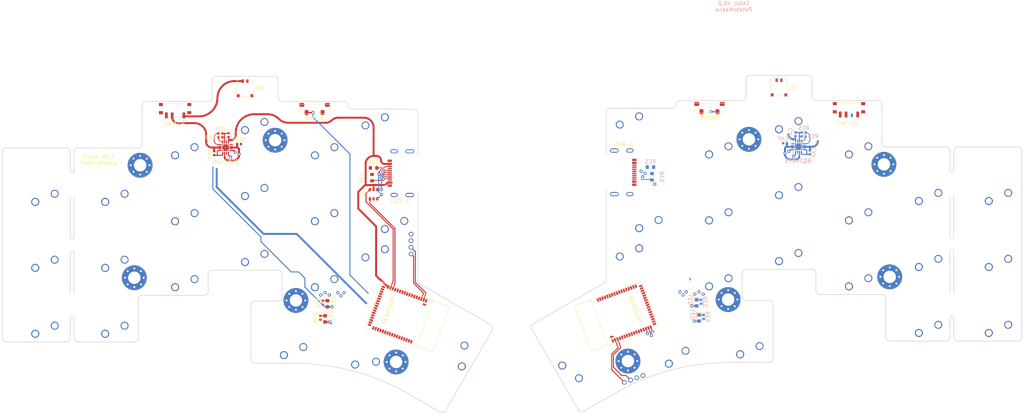
<source format=kicad_pcb>
(kicad_pcb (version 20211014) (generator pcbnew)
  (title_block (title "Estoc") (rev "0.2") (company "Austin Rognes"))
  (layers (0 "F.Cu" signal) (31 "B.Cu" signal) (34 "B.Paste" user) (35 "F.Paste" user) (36 "B.SilkS" user "B.Silkscreen") (37 "F.SilkS" user "F.Silkscreen") (38 "B.Mask" user) (39 "F.Mask" user) (44 "Edge.Cuts" user))
  (net 0 "")
  (net 1 "GND")
  (net 2 "K1")
  (net 3 "K2")
  (net 4 "K3")
  (net 5 "K4")
  (net 6 "K5")
  (net 7 "K6")
  (net 8 "K7")
  (net 9 "K8")
  (net 10 "K9")
  (net 11 "K10")
  (net 12 "K11")
  (net 13 "K12")
  (net 14 "K13")
  (net 15 "VDDH")
  (net 16 "VBUS")
  (net 17 "D-")
  (net 18 "D+")
  (net 19 "K14")
  (net 20 "K15")
  (net 21 "K16")
  (net 22 "K17")
  (net 23 "K18")
  (net 24 "K19")
  (net 25 "K20")
  (net 26 "K21")
  (net 27 "VBAT")
  (net 28 "CHG")
  (net 29 "RST")
  (net 30 "SWIO")
  (net 31 "SWCLK")
  (net 32 "STATUS")
  (net 33 "D+ESD")
  (net 34 "D-ESD")
  (footprint "LED_SMD:LED_0603_1608Metric" (layer "F.Cu") (at 126.555234 121.032687 -90)
    (fp_text reference "LED")
    (fp_text value "LED")
  )
  (footprint "clipboard:8583f098-8525-47d3-99c4-a63cf4c513a4" (layer "F.Cu") (at 143.755233 78.862687 90)
    (fp_text reference "")
    (fp_text value "")
    (fp_line (start -8.42038 0) (end -0.81962 0) (layer "Edge.Cuts") (width 0.01))
    (fp_line (start 0 6.7) (end 0 0) (layer "Edge.Cuts") (width 0.01))
    (fp_line (start -9.24 6.7) (end -9.24 0) (layer "Edge.Cuts") (width 0.01))
    (fp_arc (start -8.42038 0) (mid -8.570382 -0.040191) (end -8.680191 -0.15) (layer "Edge.Cuts") (width 0.01))
    (fp_arc (start -0.55981 -0.15) (mid -0.222356 -0.289779) (end 0 -0.000001) (layer "Edge.Cuts") (width 0.01))
    (fp_arc (start -0.55981 -0.15) (mid -0.669619 -0.040192) (end -0.81962 0) (layer "Edge.Cuts") (width 0.01))
    (fp_arc (start -9.24 0) (mid -9.017645 -0.289779) (end -8.680191 -0.15) (layer "Edge.Cuts") (width 0.01))
  )
  (footprint "IP4234CZ6:SOT-457" (layer "F.Cu") (at 139.05 88.9 90)
    (fp_text reference "U1")
    (fp_text value "SOT-457")
  )
  (footprint "Capacitor_SMD:C_0402_1005Metric" (layer "F.Cu") (at 101.717734 73.686437 -90)
    (fp_text reference "CAP")
    (fp_text value "CAP")
  )
  (footprint "2169900003:MOLEX_2169900003" (layer "F.Cu") (at 148.355234 83.482687 90)
    (fp_text reference "USB-C")
    (fp_text value "USB-C")
  )
  (footprint "" (layer "F.Cu") (at 206.797478 136.218566 -70)
    (fp_text reference "")
    (fp_text value "")
  )
  (footprint "MountingHole:MountingHole_3.2mm_M3" (layer "F.Cu") (at 60.955234 88.032687)
    (fp_text reference "REF**" hide)
    (fp_text value "MountingHole_3.2mm_M3" hide)
  )
  (footprint "2169900003:MOLEX_2169900003" (layer "F.Cu") (at 201.017734 83.258312 -90)
    (fp_text reference "USB-C")
    (fp_text value "USB-C")
  )
  (footprint "Capacitor_SMD:C_0402_1005Metric" (layer "F.Cu") (at 104.417734 75.986437 180)
    (fp_text reference "CAP")
    (fp_text value "CAP")
  )
  (footprint "" (layer "F.Cu") (at 203.602524 137.381435 -70)
    (fp_text reference "")
    (fp_text value "")
  )
  (footprint "Resistor_SMD:R_0603_1608Metric" (layer "F.Cu") (at 138.655234 84.632687 90)
    (fp_text reference "RES")
    (fp_text value "RES")
  )
  (footprint "" (layer "F.Cu") (at 148.2 106.3)
    (fp_text reference "")
    (fp_text value "")
  )
  (footprint "EG1215AA:SW_EG1215AA" (layer "F.Cu") (at 87.955234 66.832687 180)
    (fp_text reference "SWITCH")
    (fp_text value "SW_EG1215AA")
  )
  (footprint "Resistor_SMD:R_0402_1005Metric" (layer "F.Cu") (at 125.355234 120.742687 -90)
    (fp_text reference "RES")
    (fp_text value "RES")
  )
  (footprint "BQ24075TRGTT:QFN50P300X300X100-17N" (layer "F.Cu") (at 100.955234 76.882687)
    (fp_text reference "BQ24075")
    (fp_text value "BQ24075")
  )
  (footprint "BM02B-ACHSS-GAN-TF_LF__SN_:JST_BM02B-ACHSS-GAN-TF(LF)(SN)" (layer "F.Cu") (at 243.417734 61.408312)
    (fp_text reference "JST")
    (fp_text value "JST_BM02B")
  )
  (footprint "TL3330AF260QG:TL3330AF260QG" (layer "F.Cu") (at 127.760234 68.207687 180)
    (fp_text reference "Button")
    (fp_text value "TL3330AF260QG")
  )
  (footprint "Resistor_SMD:R_0402_1005Metric" (layer "F.Cu") (at 125.955234 116.842687 -90)
    (fp_text reference "RES")
    (fp_text value "RES")
  )
  (footprint "Resistor_SMD:R_0603_1608Metric" (layer "F.Cu") (at 139.055234 82.132687 180)
    (fp_text reference "RES")
    (fp_text value "RES")
  )
  (footprint "" (layer "F.Cu") (at 208.394954 135.637131 -70)
    (fp_text reference "")
    (fp_text value "")
  )
  (footprint "" (layer "F.Cu") (at 205.2 136.8 -70)
    (fp_text reference "")
    (fp_text value "")
  )
  (footprint "LED_SMD:LED_0603_1608Metric" (layer "F.Cu") (at 127.155234 117.132687 -90)
    (fp_text reference "LED")
    (fp_text value "LED")
  )
  (footprint "Resistor_SMD:R_0402_1005Metric" (layer "F.Cu") (at 99.617734 74.232687 180)
    (fp_text reference "RES")
    (fp_text value "RES")
  )
  (footprint "MountingHole:MountingHole_3.2mm_M3" (layer "F.Cu") (at 60.955234 115.932687)
    (fp_text reference "REF**" hide)
    (fp_text value "MountingHole_3.2mm_M3" hide)
  )
  (footprint "MountingHole:MountingHole_3.2mm_M3_Pad_Via" (layer "F.Cu") (at 119.055234 116.282687)
    (fp_text reference "REF**" hide)
    (fp_text value "MountingHole_3.2mm_M3_Pad_Via" hide)
  )
  (footprint "BM02B-ACHSS-GAN-TF_LF__SN_:JST_BM02B-ACHSS-GAN-TF(LF)(SN)" (layer "F.Cu") (at 105.955234 61.632687)
    (fp_text reference "JST")
    (fp_text value "JST_BM02B")
  )
  (footprint "0_ARognes:MS88SF3_Min" (layer "F.Cu") (at 201.617734 120.358312 110)
    (fp_text reference "nRF52833")
    (fp_text value "MS88SF3_Min")
  )
  (footprint "TL3330AF260QG:TL3330AF260QG" (layer "F.Cu") (at 229.412734 67.983312 180)
    (fp_text reference "Button")
    (fp_text value "TL3330AF260QG")
  )
  (footprint "MountingHole:MountingHole_3.2mm_M3_Pad_Via" (layer "F.Cu") (at 113.705234 74.982687)
    (fp_text reference "REF**" hide)
    (fp_text value "Hole" hide)
  )
  (footprint "0_ARognes:MS88SF3_Min" (layer "F.Cu") (at 147.755234 120.582687 -110)
    (fp_text reference "nRF52833")
    (fp_text value "MS88SF3_Min")
  )
  (footprint "MountingHole:MountingHole_3.2mm_M3_Pad_Via" (layer "F.Cu") (at 78.955234 81.432687)
    (fp_text reference "REF**" hide)
    (fp_text value "MountingHole_3.2mm_M3_Pad_Via" hide)
  )
  (footprint "Resistor_SMD:R_0402_1005Metric" (layer "F.Cu") (at 99.617734 73.232687 180)
    (fp_text reference "RES")
    (fp_text value "RES")
  )
  (footprint "" (layer "F.Cu") (at 148.2 104.6)
    (fp_text reference "")
    (fp_text value "")
  )
  (footprint "" (layer "F.Cu") (at 148.2 102.9)
    (fp_text reference "")
    (fp_text value "")
  )
  (footprint "EG1215AA:SW_EG1215AA" (layer "F.Cu") (at 261.417734 66.608312 180)
    (fp_text reference "SWITCH")
    (fp_text value "SW_EG1215AA")
  )
  (footprint "Capacitor_SMD:C_0402_1005Metric" (layer "F.Cu") (at 98.017734 78.332687 -90)
    (fp_text reference "CAP")
    (fp_text value "CAP")
  )
  (footprint "MountingHole:MountingHole_3.2mm_M3_Pad_Via" (layer "F.Cu") (at 144.855234 132.132687)
    (fp_text reference "REF**" hide)
    (fp_text value "MountingHole_3.2mm_M3_Pad_Via" hide)
  )
  (footprint "" (layer "F.Cu") (at 148.2 101.2)
    (fp_text reference "")
    (fp_text value "")
  )
  (footprint "MountingHole:MountingHole_3.2mm_M3_Pad_Via" (layer "F.Cu") (at 77.455234 110.432687)
    (fp_text reference "0" hide)
    (fp_text value "MountingHole_3.2mm_M3_Pad_Via" hide)
  )
  (footprint "LED_SMD:LED_0603_1608Metric" (layer "B.Cu") (at 222.217734 116.908312 -90)
    (fp_text reference "LED")
    (fp_text value "LED")
  )
  (footprint "PG1350" (layer "B.Cu") (at 279.417734 101.758312 180)
    (fp_text reference "S1" hide)
    (fp_text value "" hide)
  )
  (footprint "PG1350" (layer "B.Cu") (at 123.955234 72.982687 180)
    (fp_text reference "S1" hide)
    (fp_text value "" hide)
  )
  (footprint "MountingHole:MountingHole_3.2mm_M3_Pad_Via" (layer "B.Cu") (at 230.317734 116.058312 180)
    (fp_text reference "REF**" hide)
    (fp_text value "MountingHole_3.2mm_M3_Pad_Via" hide)
  )
  (footprint "PG1350_Mill_Max:PG1350_Mill_Max" (layer "B.Cu") (at 135.835234 127.102687 -15)
    (fp_text reference "S2" hide)
    (fp_text value "" hide)
  )
  (footprint "PG1350" (layer "B.Cu") (at 297.417734 101.758312 180)
    (fp_text reference "S1" hide)
    (fp_text value "" hide)
  )
  (footprint "Resistor_SMD:R_0603_1608Metric" (layer "B.Cu") (at 210.717734 84.408312 90)
    (fp_text reference "RES")
    (fp_text value "RES")
  )
  (footprint "Capacitor_SMD:C_0402_1005Metric" (layer "B.Cu") (at 247.655234 73.462062 -90)
    (fp_text reference "CAP")
    (fp_text value "CAP")
  )
  (footprint "PG1350_Mill_Max:PG1350_Mill_Max" (layer "B.Cu") (at 69.955234 84.982687)
    (fp_text reference "S2" hide)
    (fp_text value "" hide)
  )
  (footprint "PG1350" (layer "B.Cu") (at 69.955234 118.982687 180)
    (fp_text reference "S1" hide)
    (fp_text value "" hide)
  )
  (footprint "PG1350" (layer "B.Cu") (at 297.417734 84.758312 180)
    (fp_text reference "S1" hide)
    (fp_text value "" hide)
  )
  (footprint "Resistor_SMD:R_0402_1005Metric" (layer "B.Cu") (at 223.417734 116.618312 -90)
    (fp_text reference "RES")
    (fp_text value "RES")
  )
  (footprint "PG1350" (layer "B.Cu") (at 225.417734 89.758312 180)
    (fp_text reference "S1" hide)
    (fp_text value "" hide)
  )
  (footprint "PG1350" (layer "B.Cu") (at 225.417734 72.758312 180)
    (fp_text reference "S1" hide)
    (fp_text value "" hide)
  )
  (footprint "PG1350" (layer "B.Cu") (at 207.417734 108.758312)
    (fp_text reference "S1" hide)
    (fp_text value "" hide)
  )
  (footprint "PG1350_Mill_Max:PG1350_Mill_Max" (layer "B.Cu") (at 279.417734 101.758312)
    (fp_text reference "S2" hide)
    (fp_text value "" hide)
  )
  (footprint "PG1350" (layer "B.Cu") (at 261.417734 106.758312 180)
    (fp_text reference "S1" hide)
    (fp_text value "" hide)
  )
  (footprint "PG1350_Mill_Max:PG1350_Mill_Max" (layer "B.Cu") (at 297.417734 84.758312)
    (fp_text reference "S2" hide)
    (fp_text value "" hide)
  )
  (footprint "PG1350" (layer "B.Cu") (at 105.955234 66.482687 180)
    (fp_text reference "S1" hide)
    (fp_text value "" hide)
  )
  (footprint "PG1350" (layer "B.Cu") (at 243.417734 83.258312 180)
    (fp_text reference "S1" hide)
    (fp_text value "" hide)
  )
  (footprint "PG1350_Mill_Max:PG1350_Mill_Max" (layer "B.Cu") (at 207.417734 74.758312 180)
    (fp_text reference "S2" hide)
    (fp_text value "" hide)
  )
  (footprint "PG1350_Mill_Max:PG1350_Mill_Max" (layer "B.Cu") (at 261.417734 72.758312)
    (fp_text reference "S2" hide)
    (fp_text value "" hide)
  )
  (footprint "PG1350" (layer "B.Cu") (at 261.417734 72.758312 180)
    (fp_text reference "S1" hide)
    (fp_text value "" hide)
  )
  (footprint "PG1350" (layer "B.Cu") (at 141.955234 74.982687)
    (fp_text reference "S1" hide)
    (fp_text value "" hide)
  )
  (footprint "MountingHole:MountingHole_3.2mm_M3" (layer "B.Cu") (at 288.417734 87.808312 180)
    (fp_text reference "REF**" hide)
    (fp_text value "MountingHole_3.2mm_M3" hide)
  )
  (footprint "PG1350_Mill_Max:PG1350_Mill_Max" (layer "B.Cu") (at 69.955234 118.982687)
    (fp_text reference "S2" hide)
    (fp_text value "" hide)
  )
  (footprint "PG1350" (layer "B.Cu") (at 156.654018 130.328458 -120)
    (fp_text reference "S1" hide)
    (fp_text value "" hide)
  )
  (footprint "PG1350" (layer "B.Cu") (at 213.537734 126.878312 -165)
    (fp_text reference "S1" hide)
    (fp_text value "" hide)
  )
  (footprint "PG1350_Mill_Max:PG1350_Mill_Max" (layer "B.Cu") (at 123.955234 72.982687)
    (fp_text reference "S2" hide)
    (fp_text value "" hide)
  )
  (footprint "PG1350" (layer "B.Cu") (at 69.955234 84.982687 180)
    (fp_text reference "S1" hide)
    (fp_text value "" hide)
  )
  (footprint "PG1350_Mill_Max:PG1350_Mill_Max" (layer "B.Cu") (at 105.955234 66.482687)
    (fp_text reference "S2" hide)
    (fp_text value "" hide)
  )
  (footprint "PG1350_Mill_Max:PG1350_Mill_Max" (layer "B.Cu") (at 279.417734 118.758312)
    (fp_text reference "S2" hide)
    (fp_text value "" hide)
  )
  (footprint "PG1350_Mill_Max:PG1350_Mill_Max" (layer "B.Cu") (at 261.417734 89.758312)
    (fp_text reference "S2" hide)
    (fp_text value "" hide)
  )
  (footprint "PG1350" (layer "B.Cu") (at 233.417734 124.258312 180)
    (fp_text reference "S1" hide)
    (fp_text value "" hide)
  )
  (footprint "PG1350_Mill_Max:PG1350_Mill_Max" (layer "B.Cu") (at 225.417734 89.758312)
    (fp_text reference "S2" hide)
    (fp_text value "" hide)
  )
  (footprint "Resistor_SMD:R_0402_1005Metric" (layer "B.Cu") (at 224.017734 120.518312 -90)
    (fp_text reference "RES")
    (fp_text value "RES")
  )
  (footprint "PG1350_Mill_Max:PG1350_Mill_Max" (layer "B.Cu") (at 141.955234 91.982687)
    (fp_text reference "S2" hide)
    (fp_text value "" hide)
  )
  (footprint "PG1350" (layer "B.Cu") (at 243.417734 100.258312 180)
    (fp_text reference "S1" hide)
    (fp_text value "" hide)
  )
  (footprint "PG1350_Mill_Max:PG1350_Mill_Max" (layer "B.Cu") (at 51.955234 101.982687)
    (fp_text reference "S2" hide)
    (fp_text value "" hide)
  )
  (footprint "PG1350" (layer "B.Cu") (at 115.955234 124.482687 180)
    (fp_text reference "S1" hide)
    (fp_text value "" hide)
  )
  (footprint "PG1350_Mill_Max:PG1350_Mill_Max" (layer "B.Cu") (at 141.955234 108.982687 180)
    (fp_text reference "S2" hide)
    (fp_text value "" hide)
  )
  (footprint "Resistor_SMD:R_0402_1005Metric" (layer "B.Cu") (at 249.755234 73.008312)
    (fp_text reference "RES")
    (fp_text value "RES")
  )
  (footprint "BQ24075TRGTT:QFN50P300X300X100-17N" (layer "B.Cu") (at 248.417734 76.658312 180)
    (fp_text reference "BQ24075")
    (fp_text value "BQ24075")
  )
  (footprint "MountingHole:MountingHole_3.2mm_M3_Pad_Via" (layer "B.Cu") (at 235.667734 74.758312 180)
    (fp_text reference "REF**" hide)
    (fp_text value "Hole" hide)
  )
  (footprint "PG1350_Mill_Max:PG1350_Mill_Max" (layer "B.Cu") (at 69.955234 101.982687)
    (fp_text reference "S2" hide)
    (fp_text value "" hide)
  )
  (footprint "PG1350" (layer "B.Cu") (at 135.835234 127.102687 165)
    (fp_text reference "S1" hide)
    (fp_text value "" hide)
  )
  (footprint "PG1350_Mill_Max:PG1350_Mill_Max" (layer "B.Cu") (at 51.955234 118.982687)
    (fp_text reference "S2" hide)
    (fp_text value "" hide)
  )
  (footprint "MountingHole:MountingHole_3.2mm_M3_Pad_Via" (layer "B.Cu") (at 271.917734 110.208312 180)
    (fp_text reference "0" hide)
    (fp_text value "MountingHole_3.2mm_M3_Pad_Via" hide)
  )
  (footprint "PG1350_Mill_Max:PG1350_Mill_Max" (layer "B.Cu") (at 192.71895 130.104083 -60)
    (fp_text reference "S2" hide)
    (fp_text value "" hide)
  )
  (footprint "Resistor_SMD:R_0603_1608Metric" (layer "B.Cu") (at 210.317734 81.908312)
    (fp_text reference "RES")
    (fp_text value "RES")
  )
  (footprint "PG1350" (layer "B.Cu") (at 123.955234 106.982687 180)
    (fp_text reference "S1" hide)
    (fp_text value "" hide)
  )
  (footprint "PG1350_Mill_Max:PG1350_Mill_Max" (layer "B.Cu") (at 87.955234 89.982687)
    (fp_text reference "S2" hide)
    (fp_text value "" hide)
  )
  (footprint "MountingHole:MountingHole_3.2mm_M3" (layer "B.Cu") (at 288.417734 115.708312 180)
    (fp_text reference "REF**" hide)
    (fp_text value "MountingHole_3.2mm_M3" hide)
  )
  (footprint "PG1350" (layer "B.Cu") (at 141.955234 108.982687)
    (fp_text reference "S1" hide)
    (fp_text value "" hide)
  )
  (footprint "PG1350_Mill_Max:PG1350_Mill_Max" (layer "B.Cu") (at 51.955234 84.982687)
    (fp_text reference "S2" hide)
    (fp_text value "" hide)
  )
  (footprint "PG1350_Mill_Max:PG1350_Mill_Max" (layer "B.Cu") (at 141.955234 74.982687 180)
    (fp_text reference "S2" hide)
    (fp_text value "" hide)
  )
  (footprint "PG1350" (layer "B.Cu") (at 243.417734 66.258312 180)
    (fp_text reference "S1" hide)
    (fp_text value "" hide)
  )
  (footprint "PG1350_Mill_Max:PG1350_Mill_Max" (layer "B.Cu") (at 105.955234 83.482687)
    (fp_text reference "S2" hide)
    (fp_text value "" hide)
  )
  (footprint "MountingHole:MountingHole_3.2mm_M3_Pad_Via" (layer "B.Cu") (at 204.517734 131.908312 180)
    (fp_text reference "REF**" hide)
    (fp_text value "MountingHole_3.2mm_M3_Pad_Via" hide)
  )
  (footprint "PG1350_Mill_Max:PG1350_Mill_Max" (layer "B.Cu") (at 213.537734 126.878312 15)
    (fp_text reference "S2" hide)
    (fp_text value "" hide)
  )
  (footprint "PG1350" (layer "B.Cu") (at 123.955234 89.982687 180)
    (fp_text reference "S1" hide)
    (fp_text value "" hide)
  )
  (footprint "PG1350" (layer "B.Cu") (at 207.417734 74.758312)
    (fp_text reference "S1" hide)
    (fp_text value "" hide)
  )
  (footprint "PG1350_Mill_Max:PG1350_Mill_Max" (layer "B.Cu") (at 261.417734 106.758312)
    (fp_text reference "S2" hide)
    (fp_text value "" hide)
  )
  (footprint "PG1350" (layer "B.Cu") (at 207.417734 91.758312 180)
    (fp_text reference "S1" hide)
    (fp_text value "" hide)
  )
  (footprint "PG1350" (layer "B.Cu") (at 261.417734 89.758312 180)
    (fp_text reference "S1" hide)
    (fp_text value "" hide)
  )
  (footprint "PG1350" (layer "B.Cu") (at 141.955234 91.982687 180)
    (fp_text reference "S1" hide)
    (fp_text value "" hide)
  )
  (footprint "PG1350" (layer "B.Cu") (at 87.955234 72.982687 180)
    (fp_text reference "S1" hide)
    (fp_text value "" hide)
  )
  (footprint "PG1350_Mill_Max:PG1350_Mill_Max" (layer "B.Cu") (at 243.417734 100.258312)
    (fp_text reference "S2" hide)
    (fp_text value "" hide)
  )
  (footprint "PG1350" (layer "B.Cu") (at 279.417734 84.758312 180)
    (fp_text reference "S1" hide)
    (fp_text value "" hide)
  )
  (footprint "PG1350" (layer "B.Cu") (at 192.71895 130.104083 120)
    (fp_text reference "S1" hide)
    (fp_text value "" hide)
  )
  (footprint "PG1350" (layer "B.Cu") (at 51.955234 84.982687 180)
    (fp_text reference "S1" hide)
    (fp_text value "" hide)
  )
  (footprint "PG1350_Mill_Max:PG1350_Mill_Max" (layer "B.Cu") (at 156.654018 130.328458 60)
    (fp_text reference "S2" hide)
    (fp_text value "" hide)
  )
  (footprint "LED_SMD:LED_0603_1608Metric" (layer "B.Cu") (at 222.817734 120.808312 -90)
    (fp_text reference "LED")
    (fp_text value "LED")
  )
  (footprint "PG1350" (layer "B.Cu") (at 105.955234 83.482687 180)
    (fp_text reference "S1" hide)
    (fp_text value "" hide)
  )
  (footprint "PG1350" (layer "B.Cu") (at 279.417734 118.758312 180)
    (fp_text reference "S1" hide)
    (fp_text value "" hide)
  )
  (footprint "PG1350" (layer "B.Cu") (at 87.955234 89.982687 180)
    (fp_text reference "S1" hide)
    (fp_text value "" hide)
  )
  (footprint "PG1350_Mill_Max:PG1350_Mill_Max" (layer "B.Cu") (at 225.417734 106.758312)
    (fp_text reference "S2" hide)
    (fp_text value "" hide)
  )
  (footprint "PG1350_Mill_Max:PG1350_Mill_Max" (layer "B.Cu") (at 233.417734 124.258312)
    (fp_text reference "S2" hide)
    (fp_text value "" hide)
  )
  (footprint "PG1350_Mill_Max:PG1350_Mill_Max" (layer "B.Cu") (at 87.955234 72.982687)
    (fp_text reference "S2" hide)
    (fp_text value "" hide)
  )
  (footprint "Resistor_SMD:R_0402_1005Metric" (layer "B.Cu") (at 249.755234 74.008312)
    (fp_text reference "RES")
    (fp_text value "RES")
  )
  (footprint "clipboard:8583f098-8525-47d3-99c4-a63cf4c513a4" (layer "B.Cu") (at 205.617735 78.638312 90)
    (fp_text reference "")
    (fp_text value "")
    (fp_line (start 0 -6.7) (end 0 0) (layer "Edge.Cuts") (width 0.01))
    (fp_line (start -8.42038 0) (end -0.81962 0) (layer "Edge.Cuts") (width 0.01))
    (fp_line (start -9.24 -6.7) (end -9.24 0) (layer "Edge.Cuts") (width 0.01))
    (fp_arc (start -8.680191 0.15) (mid -8.570382 0.040191) (end -8.42038 0) (layer "Edge.Cuts") (width 0.01))
    (fp_arc (start -0.81962 0) (mid -0.669619 0.040192) (end -0.55981 0.15) (layer "Edge.Cuts") (width 0.01))
    (fp_arc (start 0 0.000001) (mid -0.222356 0.289779) (end -0.55981 0.15) (layer "Edge.Cuts") (width 0.01))
    (fp_arc (start -8.680191 0.15) (mid -9.017646 0.289779) (end -9.24 0) (layer "Edge.Cuts") (width 0.01))
  )
  (footprint "PG1350_Mill_Max:PG1350_Mill_Max" (layer "B.Cu") (at 279.417734 84.758312)
    (fp_text reference "S2" hide)
    (fp_text value "" hide)
  )
  (footprint "PG1350_Mill_Max:PG1350_Mill_Max" (layer "B.Cu") (at 105.955234 100.482687)
    (fp_text reference "S2" hide)
    (fp_text value "" hide)
  )
  (footprint "PG1350_Mill_Max:PG1350_Mill_Max" (layer "B.Cu") (at 115.955234 124.482687)
    (fp_text reference "S2" hide)
    (fp_text value "" hide)
  )
  (footprint "PG1350_Mill_Max:PG1350_Mill_Max" (layer "B.Cu") (at 87.955234 106.982687)
    (fp_text reference "S2" hide)
    (fp_text value "" hide)
  )
  (footprint "PG1350_Mill_Max:PG1350_Mill_Max" (layer "B.Cu") (at 207.417734 91.758312)
    (fp_text reference "S2" hide)
    (fp_text value "" hide)
  )
  (footprint "Capacitor_SMD:C_0402_1005Metric" (layer "B.Cu") (at 251.355234 78.108312 -90)
    (fp_text reference "CAP")
    (fp_text value "CAP")
  )
  (footprint "PG1350_Mill_Max:PG1350_Mill_Max" (layer "B.Cu") (at 297.417734 101.758312)
    (fp_text reference "S2" hide)
    (fp_text value "" hide)
  )
  (footprint "PG1350_Mill_Max:PG1350_Mill_Max" (layer "B.Cu") (at 123.955234 106.982687)
    (fp_text reference "S2" hide)
    (fp_text value "" hide)
  )
  (footprint "PG1350" (layer "B.Cu") (at 87.955234 106.982687 180)
    (fp_text reference "S1" hide)
    (fp_text value "" hide)
  )
  (footprint "PG1350_Mill_Max:PG1350_Mill_Max" (layer "B.Cu") (at 207.417734 108.758312 180)
    (fp_text reference "S2" hide)
    (fp_text value "" hide)
  )
  (footprint "PG1350" (layer "B.Cu") (at 225.417734 106.758312 180)
    (fp_text reference "S1" hide)
    (fp_text value "" hide)
  )
  (footprint "PG1350_Mill_Max:PG1350_Mill_Max" (layer "B.Cu") (at 243.417734 83.258312)
    (fp_text reference "S2" hide)
    (fp_text value "" hide)
  )
  (footprint "PG1350" (layer "B.Cu") (at 51.955234 118.982687 180)
    (fp_text reference "S1" hide)
    (fp_text value "" hide)
  )
  (footprint "PG1350" (layer "B.Cu") (at 51.955234 101.982687 180)
    (fp_text reference "S1" hide)
    (fp_text value "" hide)
  )
  (footprint "PG1350" (layer "B.Cu") (at 105.955234 100.482687 180)
    (fp_text reference "S1" hide)
    (fp_text value "" hide)
  )
  (footprint "Capacitor_SMD:C_0402_1005Metric" (layer "B.Cu") (at 244.955234 75.762062)
    (fp_text reference "CAP")
    (fp_text value "CAP")
  )
  (footprint "MountingHole:MountingHole_3.2mm_M3_Pad_Via" (layer "B.Cu") (at 270.417734 81.208312 180)
    (fp_text reference "REF**" hide)
    (fp_text value "MountingHole_3.2mm_M3_Pad_Via" hide)
  )
  (footprint "PG1350" (layer "B.Cu") (at 297.417734 118.758312 180)
    (fp_text reference "S1" hide)
    (fp_text value "" hide)
  )
  (footprint "PG1350" (layer "B.Cu") (at 69.955234 101.982687 180)
    (fp_text reference "S1" hide)
    (fp_text value "" hide)
  )
  (footprint "PG1350_Mill_Max:PG1350_Mill_Max" (layer "B.Cu") (at 243.417734 66.258312)
    (fp_text reference "S2" hide)
    (fp_text value "" hide)
  )
  (footprint "PG1350_Mill_Max:PG1350_Mill_Max" (layer "B.Cu") (at 297.417734 118.758312)
    (fp_text reference "S2" hide)
    (fp_text value "" hide)
  )
  (footprint "PG1350_Mill_Max:PG1350_Mill_Max" (layer "B.Cu") (at 225.417734 72.758312)
    (fp_text reference "S2" hide)
    (fp_text value "" hide)
  )
  (footprint "PG1350_Mill_Max:PG1350_Mill_Max" (layer "B.Cu") (at 123.955234 89.982687)
    (fp_text reference "S2" hide)
    (fp_text value "" hide)
  )
  (gr_arc (start 78.455234 125.982687) (mid 78.162341 126.689794) (end 77.455234 126.982687) (layer "Edge.Cuts") (width 0.15))
  (gr_line (start 233.917734 115.258312) (end 233.917734 109.258312) (layer "Edge.Cuts") (width 0.15))
  (gr_arc (start 60.955234 120.995681) (mid 61.455234 120.482687) (end 61.955234 120.995681) (layer "Edge.Cuts") (width 0.15))
  (gr_arc (start 270.917734 76.758312) (mid 270.210627 76.465419) (end 269.917734 75.758312) (layer "Edge.Cuts") (width 0.15))
  (gr_line (start 252.917734 113.758312) (end 252.917734 109.258312) (layer "Edge.Cuts") (width 0.15))
  (gr_line (start 240.917734 116.258312) (end 234.917734 116.258312) (layer "Edge.Cuts") (width 0.15))
  (gr_arc (start 78.455234 115.982687) (mid 78.748127 115.27558) (end 79.455234 114.982687) (layer "Edge.Cuts") (width 0.15))
  (gr_line (start 97.455234 59.482687) (end 97.455234 63.982687) (layer "Edge.Cuts") (width 0.15))
  (gr_arc (start 234.917734 116.258312) (mid 234.210627 115.965419) (end 233.917734 115.258312) (layer "Edge.Cuts") (width 0.15))
  (gr_line (start 198.917735 87.878312) (end 198.917734 110.924673) (layer "Edge.Cuts") (width 0.15))
  (gr_line (start 241.917734 117.258312) (end 241.917734 131.258312) (layer "Edge.Cuts") (width 0.15))
  (gr_arc (start 115.455234 64.982687) (mid 114.748127 64.689794) (end 114.455234 63.982687) (layer "Edge.Cuts") (width 0.15))
  (gr_arc (start 133.455234 66.982687) (mid 132.748127 66.689794) (end 132.455234 65.982687) (layer "Edge.Cuts") (width 0.15))
  (gr_line (start 97.455234 108.482687) (end 114.455234 108.482687) (layer "Edge.Cuts") (width 0.15))
  (gr_arc (start 198.917734 67.758312) (mid 199.210627 67.051205) (end 199.917734 66.758312) (layer "Edge.Cuts") (width 0.15))
  (gr_arc (start 288.417734 82.745811) (mid 287.917734 83.258805) (end 287.417734 82.745811) (layer "Edge.Cuts") (width 0.15))
  (gr_arc (start 304.917734 76.758312) (mid 305.624841 77.051205) (end 305.917734 77.758312) (layer "Edge.Cuts") (width 0.15))
  (gr_line (start 288.417734 116.745648) (end 288.417734 103.771306) (layer "Edge.Cuts") (width 0.15))
  (gr_arc (start 305.917734 125.758312) (mid 305.624841 126.465419) (end 304.917734 126.758312) (layer "Edge.Cuts") (width 0.15))
  (gr_line (start 150.965234 112.017674) (end 169.222833 122.559026) (layer "Edge.Cuts") (width 0.15))
  (gr_arc (start 62.955341 126.982687) (mid 62.24823 126.689796) (end 61.955341 125.982687) (layer "Edge.Cuts") (width 0.15))
  (gr_line (start 149.455234 66.982687) (end 133.455234 66.982687) (layer "Edge.Cuts") (width 0.15))
  (gr_arc (start 287.417734 103.771306) (mid 287.917734 103.258312) (end 288.417734 103.771306) (layer "Edge.Cuts") (width 0.15))
  (gr_arc (start 44.455234 126.982687) (mid 43.748127 126.689794) (end 43.455234 125.982687) (layer "Edge.Cuts") (width 0.15))
  (gr_line (start 287.417734 99.745648) (end 287.417734 86.771469) (layer "Edge.Cuts") (width 0.15))
  (gr_line (start 288.417734 82.745811) (end 288.417841 77.758312) (layer "Edge.Cuts") (width 0.15))
  (gr_line (start 62.955341 76.982687) (end 78.455234 76.982687) (layer "Edge.Cuts") (width 0.15))
  (gr_line (start 131.455234 64.982687) (end 115.455234 64.982687) (layer "Edge.Cuts") (width 0.15))
  (gr_arc (start 241.917734 131.258312) (mid 241.624841 131.965419) (end 240.917734 132.258312) (layer "Edge.Cuts") (width 0.15))
  (gr_line (start 78.455234 125.982687) (end 78.455234 115.982687) (layer "Edge.Cuts") (width 0.15))
  (gr_line (start 150.455234 111.149048) (end 150.455233 88.102687) (layer "Edge.Cuts") (width 0.15))
  (gr_line (start 289.417841 126.758312) (end 304.917734 126.758312) (layer "Edge.Cuts") (width 0.15))
  (gr_arc (start 240.917734 116.258312) (mid 241.624841 116.551205) (end 241.917734 117.258312) (layer "Edge.Cuts") (width 0.15))
  (gr_line (start 60.955234 120.995681) (end 60.955127 125.982687) (layer "Edge.Cuts") (width 0.15))
  (gr_arc (start 287.417734 120.771306) (mid 287.917734 120.258312) (end 288.417734 120.771306) (layer "Edge.Cuts") (width 0.15))
  (gr_line (start 270.917734 115.758312) (end 270.917734 125.758312) (layer "Edge.Cuts") (width 0.15))
  (gr_arc (start 268.917734 64.758312) (mid 269.624841 65.051205) (end 269.917734 65.758312) (layer "Edge.Cuts") (width 0.15))
  (gr_line (start 251.917734 63.758312) (end 251.917734 59.258312) (layer "Edge.Cuts") (width 0.15))
  (gr_line (start 305.917734 77.758312) (end 305.917734 125.758312) (layer "Edge.Cuts") (width 0.15))
  (gr_arc (start 271.917734 126.758312) (mid 271.210627 126.465419) (end 270.917734 125.758312) (layer "Edge.Cuts") (width 0.15))
  (gr_arc (start 96.455234 109.482687) (mid 96.748127 108.77558) (end 97.455234 108.482687) (layer "Edge.Cuts") (width 0.15))
  (gr_arc (start 114.455234 108.482687) (mid 115.162341 108.77558) (end 115.455234 109.482687) (layer "Edge.Cuts") (width 0.15))
  (gr_line (start 96.455234 109.482687) (end 96.455234 113.982687) (layer "Edge.Cuts") (width 0.15))
  (gr_arc (start 201.837734 139.838312) (mid 215.887045 134.165826) (end 230.917734 132.258312) (layer "Edge.Cuts") (width 0.15))
  (gr_line (start 269.917734 114.758312) (end 253.917734 114.758312) (layer "Edge.Cuts") (width 0.15))
  (gr_arc (start 193.150135 144.851337) (mid 192.391315 144.951238) (end 191.784109 144.485311) (layer "Edge.Cuts") (width 0.15))
  (gr_arc (start 150.965234 112.017674) (mid 150.592165 111.652682) (end 150.455234 111.149048) (layer "Edge.Cuts") (width 0.15))
  (gr_line (start 61.955341 77.982687) (end 61.955234 82.970186) (layer "Edge.Cuts") (width 0.15))
  (gr_arc (start 251.917734 108.258312) (mid 252.624841 108.551205) (end 252.917734 109.258312) (layer "Edge.Cuts") (width 0.15))
  (gr_arc (start 131.455234 64.982687) (mid 132.162341 65.27558) (end 132.455234 65.982687) (layer "Edge.Cuts") (width 0.15))
  (gr_line (start 60.955234 86.995844) (end 60.955234 99.970023) (layer "Edge.Cuts") (width 0.15))
  (gr_arc (start 60.955234 103.995681) (mid 61.455234 103.482687) (end 61.955234 103.995681) (layer "Edge.Cuts") (width 0.15))
  (gr_arc (start 118.455234 132.482687) (mid 133.485923 134.390201) (end 147.535234 140.062687) (layer "Edge.Cuts") (width 0.15))
  (gr_line (start 96.455234 64.982687) (end 80.455234 64.982687) (layer "Edge.Cuts") (width 0.15))
  (gr_line (start 180.150135 122.334651) (end 198.407734 111.793299) (layer "Edge.Cuts") (width 0.15))
  (gr_line (start 287.417734 82.745811) (end 287.417627 77.758312) (layer "Edge.Cuts") (width 0.15))
  (gr_arc (start 287.417627 125.758312) (mid 287.124737 126.465422) (end 286.417627 126.758312) (layer "Edge.Cuts") (width 0.15))
  (gr_line (start 107.455234 131.482687) (end 107.455234 117.482687) (layer "Edge.Cuts") (width 0.15))
  (gr_line (start 61.955234 103.995681) (end 61.955234 116.970023) (layer "Edge.Cuts") (width 0.15))
  (gr_line (start 271.917734 126.758312) (end 286.417627 126.758312) (layer "Edge.Cuts") (width 0.15))
  (gr_arc (start 234.917734 59.258312) (mid 235.210627 58.551205) (end 235.917734 58.258312) (layer "Edge.Cuts") (width 0.15))
  (gr_arc (start 149.455234 66.982687) (mid 150.162341 67.27558) (end 150.455234 67.982687) (layer "Edge.Cuts") (width 0.15))
  (gr_line (start 60.955234 103.995681) (end 60.955234 116.970023) (layer "Edge.Cuts") (width 0.15))
  (gr_arc (start 252.917734 64.758312) (mid 252.210627 64.465419) (end 251.917734 63.758312) (layer "Edge.Cuts") (width 0.15))
  (gr_arc (start 253.917734 114.758312) (mid 253.210627 114.465419) (end 252.917734 113.758312) (layer "Edge.Cuts") (width 0.15))
  (gr_line (start 60.955127 77.982687) (end 60.955234 82.970186) (layer "Edge.Cuts") (width 0.15))
  (gr_arc (start 269.917734 114.758312) (mid 270.624841 115.051205) (end 270.917734 115.758312) (layer "Edge.Cuts") (width 0.15))
  (gr_line (start 234.917734 108.258312) (end 251.917734 108.258312) (layer "Edge.Cuts") (width 0.15))
  (gr_line (start 198.917734 67.758312) (end 198.917735 78.638312) (layer "Edge.Cuts") (width 0.15))
  (gr_line (start 179.785339 123.706597) (end 191.784109 144.485311) (layer "Edge.Cuts") (width 0.15))
  (gr_arc (start 107.455234 117.482687) (mid 107.748127 116.77558) (end 108.455234 116.482687) (layer "Edge.Cuts") (width 0.15))
  (gr_arc (start 250.917734 58.258312) (mid 251.624841 58.551205) (end 251.917734 59.258312) (layer "Edge.Cuts") (width 0.15))
  (gr_line (start 114.455234 116.482687) (end 108.455234 116.482687) (layer "Edge.Cuts") (width 0.15))
  (gr_arc (start 61.955341 77.982687) (mid 62.248235 77.275583) (end 62.955341 76.982687) (layer "Edge.Cuts") (width 0.15))
  (gr_line (start 147.535234 140.062687) (end 156.222833 145.075712) (layer "Edge.Cuts") (width 0.15))
  (gr_arc (start 287.417734 86.771469) (mid 287.917734 86.258475) (end 288.417734 86.771469) (layer "Edge.Cuts") (width 0.15))
  (gr_line (start 157.588859 144.709686) (end 169.587629 123.930972) (layer "Edge.Cuts") (width 0.15))
  (gr_arc (start 61.955234 82.970186) (mid 61.455234 83.48318) (end 60.955234 82.970186) (layer "Edge.Cuts") (width 0.15))
  (gr_line (start 288.417841 125.758312) (end 288.417734 120.771306) (layer "Edge.Cuts") (width 0.15))
  (gr_line (start 233.917734 64.758312) (end 217.917734 64.758312) (layer "Edge.Cuts") (width 0.15))
  (gr_line (start 287.417627 125.758312) (end 287.417734 120.771306) (layer "Edge.Cuts") (width 0.15))
  (gr_line (start 268.917734 64.758312) (end 252.917734 64.758312) (layer "Edge.Cuts") (width 0.15))
  (gr_line (start 215.917734 66.758312) (end 199.917734 66.758312) (layer "Edge.Cuts") (width 0.15))
  (gr_line (start 288.417734 99.745648) (end 288.417734 86.771469) (layer "Edge.Cuts") (width 0.15))
  (gr_line (start 269.917734 75.758312) (end 269.917734 65.758312) (layer "Edge.Cuts") (width 0.15))
  (gr_line (start 234.917734 59.258312) (end 234.917734 63.758312) (layer "Edge.Cuts") (width 0.15))
  (gr_arc (start 60.955127 125.982687) (mid 60.662233 126.689791) (end 59.955127 126.982687) (layer "Edge.Cuts") (width 0.15))
  (gr_arc (start 96.455234 113.982687) (mid 96.162341 114.689794) (end 95.455234 114.982687) (layer "Edge.Cuts") (width 0.15))
  (gr_line (start 114.455234 63.982687) (end 114.455234 59.482687) (layer "Edge.Cuts") (width 0.15))
  (gr_arc (start 43.455234 77.982687) (mid 43.748127 77.27558) (end 44.455234 76.982687) (layer "Edge.Cuts") (width 0.15))
  (gr_line (start 250.917734 58.258312) (end 235.917734 58.258312) (layer "Edge.Cuts") (width 0.15))
  (gr_line (start 44.455234 76.982687) (end 59.955127 76.982687) (layer "Edge.Cuts") (width 0.15))
  (gr_line (start 43.455234 125.982687) (end 43.455234 77.982687) (layer "Edge.Cuts") (width 0.15))
  (gr_arc (start 108.455234 132.482687) (mid 107.748127 132.189794) (end 107.455234 131.482687) (layer "Edge.Cuts") (width 0.15))
  (gr_arc (start 61.955234 99.970023) (mid 61.455234 100.483017) (end 60.955234 99.970023) (layer "Edge.Cuts") (width 0.15))
  (gr_arc (start 79.455234 75.982687) (mid 79.162341 76.689794) (end 78.455234 76.982687) (layer "Edge.Cuts") (width 0.15))
  (gr_line (start 289.417841 76.758312) (end 304.917734 76.758312) (layer "Edge.Cuts") (width 0.15))
  (gr_arc (start 79.455234 65.982687) (mid 79.748127 65.27558) (end 80.455234 64.982687) (layer "Edge.Cuts") (width 0.15))
  (gr_arc (start 233.917734 109.258312) (mid 234.210627 108.551205) (end 234.917734 108.258312) (layer "Edge.Cuts") (width 0.15))
  (gr_line (start 79.455234 65.982687) (end 79.455234 75.982687) (layer "Edge.Cuts") (width 0.15))
  (gr_arc (start 115.455234 115.482687) (mid 115.162341 116.189794) (end 114.455234 116.482687) (layer "Edge.Cuts") (width 0.15))
  (gr_line (start 113.455234 58.482687) (end 98.455234 58.482687) (layer "Edge.Cuts") (width 0.15))
  (gr_arc (start 288.417734 99.745648) (mid 287.917734 100.258642) (end 287.417734 99.745648) (layer "Edge.Cuts") (width 0.15))
  (gr_arc (start 198.917734 110.924673) (mid 198.780794 111.428301) (end 198.407734 111.793299) (layer "Edge.Cuts") (width 0.15))
  (gr_line (start 115.455234 109.482687) (end 115.455234 115.482687) (layer "Edge.Cuts") (width 0.15))
  (gr_arc (start 169.222833 122.559026) (mid 169.690843 123.16906) (end 169.587629 123.930972) (layer "Edge.Cuts") (width 0.15))
  (gr_arc (start 97.455234 59.482687) (mid 97.748127 58.77558) (end 98.455234 58.482687) (layer "Edge.Cuts") (width 0.15))
  (gr_arc (start 288.417734 116.745648) (mid 287.917734 117.258642) (end 287.417734 116.745648) (layer "Edge.Cuts") (width 0.15))
  (gr_line (start 95.455234 114.982687) (end 79.455234 114.982687) (layer "Edge.Cuts") (width 0.15))
  (gr_arc (start 234.917734 63.758312) (mid 234.624841 64.465419) (end 233.917734 64.758312) (layer "Edge.Cuts") (width 0.15))
  (gr_arc (start 286.417627 76.758312) (mid 287.124732 77.051207) (end 287.417627 77.758312) (layer "Edge.Cuts") (width 0.15))
  (gr_line (start 108.455234 132.482687) (end 118.455234 132.482687) (layer "Edge.Cuts") (width 0.15))
  (gr_arc (start 289.417841 126.758312) (mid 288.710736 126.465417) (end 288.417841 125.758312) (layer "Edge.Cuts") (width 0.15))
  (gr_arc (start 59.955127 76.982687) (mid 60.662238 77.275578) (end 60.955127 77.982687) (layer "Edge.Cuts") (width 0.15))
  (gr_line (start 150.455233 78.862687) (end 150.455234 67.982687) (layer "Edge.Cuts") (width 0.15))
  (gr_arc (start 113.455234 58.482687) (mid 114.162341 58.77558) (end 114.455234 59.482687) (layer "Edge.Cuts") (width 0.15))
  (gr_line (start 61.955234 120.995681) (end 61.955341 125.982687) (layer "Edge.Cuts") (width 0.15))
  (gr_arc (start 97.455234 63.982687) (mid 97.162341 64.689794) (end 96.455234 64.982687) (layer "Edge.Cuts") (width 0.15))
  (gr_line (start 230.917734 132.258312) (end 240.917734 132.258312) (layer "Edge.Cuts") (width 0.15))
  (gr_line (start 287.417734 116.745648) (end 287.417734 103.771306) (layer "Edge.Cuts") (width 0.15))
  (gr_arc (start 61.955234 116.970023) (mid 61.455234 117.483017) (end 60.955234 116.970023) (layer "Edge.Cuts") (width 0.15))
  (gr_arc (start 179.785339 123.706597) (mid 179.682143 122.944689) (end 180.150135 122.334651) (layer "Edge.Cuts") (width 0.15))
  (gr_line (start 270.917734 76.758312) (end 286.417627 76.758312) (layer "Edge.Cuts") (width 0.15))
  (gr_arc (start 157.588859 144.709686) (mid 156.981653 145.175612) (end 156.222833 145.075712) (layer "Edge.Cuts") (width 0.15))
  (gr_line (start 193.150135 144.851337) (end 201.837734 139.838312) (layer "Edge.Cuts") (width 0.15))
  (gr_arc (start 60.955234 86.995844) (mid 61.455234 86.48285) (end 61.955234 86.995844) (layer "Edge.Cuts") (width 0.15))
  (gr_arc (start 216.917734 65.758312) (mid 216.624841 66.465419) (end 215.917734 66.758312) (layer "Edge.Cuts") (width 0.15))
  (gr_arc (start 288.417841 77.758312) (mid 288.710731 77.051202) (end 289.417841 76.758312) (layer "Edge.Cuts") (width 0.15))
  (gr_line (start 62.955341 126.982687) (end 77.455234 126.982687) (layer "Edge.Cuts") (width 0.15))
  (gr_arc (start 216.917734 65.758312) (mid 217.210627 65.051205) (end 217.917734 64.758312) (layer "Edge.Cuts") (width 0.15))
  (gr_line (start 44.455234 126.982687) (end 59.955127 126.982687) (layer "Edge.Cuts") (width 0.15))
  (gr_line (start 61.955234 86.995844) (end 61.955234 99.970023) (layer "Edge.Cuts") (width 0.15))
  (gr_text "Estoc V0.2\nPotatoMasha" (at 231.769198 40.5) (layer "B.SilkS") (effects (font (size 1 1)) (justify mirror)))
  (gr_text "Estoc V0.2\nPotatoMasha" (at 68.355234 80.032687) (layer "F.SilkS") (effects (font (size 1 1))))
  (segment (start 125.355234 120.232687) (end 126.542734 120.232687) (width 0.2) (layer "F.Cu") (net 0))
  (segment (start 127.142734 116.332687) (end 127.155234 116.345187) (width 0.2) (layer "F.Cu") (net 0))
  (segment (start 142.155234 84.732687) (end 141.555234 85.332687) (width 0.2) (layer "F.Cu") (net 0))
  (segment (start 143.705234 84.732687) (end 142.155234 84.732687) (width 0.2) (layer "F.Cu") (net 0))
  (segment (start 141.744493 82.132687) (end 139.880234 82.132687) (width 0.2) (layer "F.Cu") (net 0))
  (segment (start 125.955234 116.332687) (end 127.142734 116.332687) (width 0.2) (layer "F.Cu") (net 0))
  (segment (start 138.780234 85.332687) (end 138.655234 85.457687) (width 0.2) (layer "F.Cu") (net 0))
  (segment (start 141.555234 85.332687) (end 138.780234 85.332687) (width 0.2) (layer "F.Cu") (net 0))
  (segment (start 142.144493 81.732687) (end 141.744493 82.132687) (width 0.2) (layer "F.Cu") (net 0))
  (segment (start 143.705234 81.732687) (end 142.144493 81.732687) (width 0.2) (layer "F.Cu") (net 0))
  (segment (start 126.542734 120.232687) (end 126.555234 120.245187) (width 0.2) (layer "F.Cu") (net 0))
  (segment (start 210.592734 85.108312) (end 210.717734 85.233312) (width 0.2) (layer "B.Cu") (net 0))
  (segment (start 207.817734 85.108312) (end 210.592734 85.108312) (width 0.2) (layer "B.Cu") (net 0))
  (segment (start 224.017734 120.008312) (end 222.830234 120.008312) (width 0.2) (layer "B.Cu") (net 0))
  (segment (start 223.417734 116.108312) (end 222.230234 116.108312) (width 0.2) (layer "B.Cu") (net 0))
  (segment (start 222.230234 116.108312) (end 222.217734 116.120812) (width 0.2) (layer "B.Cu") (net 0))
  (segment (start 222.830234 120.008312) (end 222.817734 120.020812) (width 0.2) (layer "B.Cu") (net 0))
  (segment (start 279.267734 107.508312) (end 279.417734 107.658312) (width 0.25) (layer "F.Cu") (net 1))
  (segment (start 100.722254 73.232687) (end 101.691484 73.232687) (width 0.25) (layer "F.Cu") (net 1))
  (segment (start 100.705234 75.447687) (end 100.722254 75.430667) (width 0.25) (layer "F.Cu") (net 1))
  (segment (start 98.805234 77.897687) (end 98.805234 78.847687) (width 0.25) (layer "F.Cu") (net 1))
  (segment (start 98.087734 78.882687) (end 98.017734 78.812687) (width 0.25) (layer "F.Cu") (net 1))
  (segment (start 98.770234 78.882687) (end 98.087734 78.882687) (width 0.25) (layer "F.Cu") (net 1))
  (segment (start 99.520234 77.632687) (end 99.070234 77.632687) (width 0.25) (layer "F.Cu") (net 1))
  (segment (start 100.205234 78.317687) (end 100.205234 78.697687) (width 0.25) (layer "F.Cu") (net 1))
  (segment (start 100.127734 74.232687) (end 100.717734 74.232687) (width 0.25) (layer "F.Cu") (net 1))
  (segment (start 100.722254 73.232687) (end 100.127734 73.232687) (width 0.25) (layer "F.Cu") (net 1))
  (segment (start 100.717734 74.232687) (end 100.722254 74.228167) (width 0.25) (layer "F.Cu") (net 1))
  (segment (start 101.705234 78.317687) (end 101.705234 78.773937) (width 0.25) (layer "F.Cu") (net 1))
  (segment (start 100.722254 75.430667) (end 100.722254 74.228167) (width 0.25) (layer "F.Cu") (net 1))
  (segment (start 100.726774 74.232687) (end 100.722254 74.228167) (width 0.25) (layer "F.Cu") (net 1))
  (segment (start 279.417734 90.658312) (end 279.417734 90.208312) (width 0.25) (layer "F.Cu") (net 1))
  (segment (start 101.691484 73.232687) (end 101.717734 73.206437) (width 0.25) (layer "F.Cu") (net 1))
  (segment (start 100.020234 78.882687) (end 98.770234 78.882687) (width 0.25) (layer "F.Cu") (net 1))
  (segment (start 100.722254 74.228167) (end 100.722254 73.232687) (width 0.25) (layer "F.Cu") (net 1))
  (segment (start 243.417734 72.158312) (end 242.792313 71.532891) (width 0.25) (layer "F.Cu") (net 1))
  (via (at 247.155234 79.062062) (size 0.8) (drill 0.4) (layers "F.Cu" "B.Cu") (net 1))
  (via (at 102.217734 79.286437) (size 0.8) (drill 0.4) (layers "F.Cu" "B.Cu") (net 1))
  (arc (start 100.205234 78.697687) (mid 100.151049 78.828502) (end 100.020234 78.882687) (width 0.25) (layer "F.Cu") (net 1))
  (arc (start 98.805234 78.847687) (mid 98.794983 78.872436) (end 98.770234 78.882687) (width 0.25) (layer "F.Cu") (net 1))
  (arc (start 101.705234 78.773937) (mid 101.855342 79.136329) (end 102.217734 79.286437) (width 0.25) (layer "F.Cu") (net 1))
  (arc (start 99.070234 77.632687) (mid 98.882851 77.710304) (end 98.805234 77.897687) (width 0.25) (layer "F.Cu") (net 1))
  (segment (start 250.602734 78.658312) (end 251.285234 78.658312) (width 0.25) (layer "B.Cu") (net 1))
  (segment (start 105.955234 72.382687) (end 106.580655 71.757266) (width 0.25) (layer "B.Cu") (net 1))
  (segment (start 248.650714 73.008312) (end 249.245234 73.008312) (width 0.25) (layer "B.Cu") (net 1))
  (segment (start 248.650714 75.206292) (end 248.650714 74.003792) (width 0.25) (layer "B.Cu") (net 1))
  (segment (start 247.681484 73.008312) (end 247.655234 72.982062) (width 0.25) (layer "B.Cu") (net 1))
  (segment (start 227.562734 67.633312) (end 225.922734 67.633312) (width 0.25) (layer "B.Cu") (net 1))
  (segment (start 249.245234 74.008312) (end 248.655234 74.008312) (width 0.25) (layer "B.Cu") (net 1))
  (segment (start 208.917734 83.508312) (end 208.718223 83.707823) (width 0.2) (layer "B.Cu") (net 1))
  (segment (start 250.567734 77.673312) (end 250.567734 78.623312) (width 0.25) (layer "B.Cu") (net 1))
  (segment (start 248.646194 74.008312) (end 248.650714 74.003792) (width 0.25) (layer "B.Cu") (net 1))
  (segment (start 69.955234 90.882687) (end 69.955234 90.432687) (width 0.25) (layer "B.Cu") (net 1))
  (segment (start 249.852734 77.408312) (end 250.302734 77.408312) (width 0.25) (layer "B.Cu") (net 1))
  (segment (start 248.667734 75.223312) (end 248.650714 75.206292) (width 0.25) (layer "B.Cu") (net 1))
  (segment (start 249.352734 78.658312) (end 250.602734 78.658312) (width 0.25) (layer "B.Cu") (net 1))
  (segment (start 248.655234 74.008312) (end 248.650714 74.003792) (width 0.25) (layer "B.Cu") (net 1))
  (segment (start 70.105234 107.732687) (end 69.955234 107.882687) (width 0.25) (layer "B.Cu") (net 1))
  (segment (start 248.650714 73.008312) (end 247.681484 73.008312) (width 0.25) (layer "B.Cu") (net 1))
  (segment (start 249.167734 78.093312) (end 249.167734 78.473312) (width 0.25) (layer "B.Cu") (net 1))
  (segment (start 251.285234 78.658312) (end 251.355234 78.588312) (width 0.25) (layer "B.Cu") (net 1))
  (segment (start 225.922734 67.633312) (end 225.917734 67.638312) (width 0.25) (layer "B.Cu") (net 1))
  (segment (start 248.650714 74.003792) (end 248.650714 73.008312) (width 0.25) (layer "B.Cu") (net 1))
  (segment (start 247.667734 78.093312) (end 247.667734 78.549562) (width 0.25) (layer "B.Cu") (net 1))
  (arc (start 247.667734 78.549562) (mid 247.517626 78.911954) (end 247.155234 79.062062) (width 0.25) (layer "B.Cu") (net 1))
  (arc (start 250.302734 77.408312) (mid 250.490117 77.485929) (end 250.567734 77.673312) (width 0.25) (layer "B.Cu") (net 1))
  (arc (start 249.167734 78.473312) (mid 249.221919 78.604127) (end 249.352734 78.658312) (width 0.25) (layer "B.Cu") (net 1))
  (arc (start 250.567734 78.623312) (mid 250.577985 78.648061) (end 250.602734 78.658312) (width 0.25) (layer "B.Cu") (net 1))
  (segment (start 98.005234 74.335187) (end 98.005234 75.047687) (width 0.2) (layer "F.Cu") (net 4))
  (segment (start 99.090234 76.132687) (end 99.520234 76.132687) (width 0.2) (layer "F.Cu") (net 4))
  (segment (start 99.107734 74.350187) (end 99.107734 74.232687) (width 0.2) (layer "F.Cu") (net 4))
  (arc (start 100.205234 75.447687) (mid 99.429184 75.126237) (end 99.107734 74.350187) (width 0.2) (layer "F.Cu") (net 4))
  (arc (start 98.005234 75.047687) (mid 98.323023 75.814898) (end 99.090234 76.132687) (width 0.2) (layer "F.Cu") (net 4))
  (arc (start 99.107734 73.232687) (mid 98.328149 73.555602) (end 98.005234 74.335187) (width 0.2) (layer "F.Cu") (net 4))
  (segment (start 251.367734 74.110812) (end 251.367734 74.823312) (width 0.2) (layer "B.Cu") (net 4))
  (segment (start 250.265234 74.125812) (end 250.265234 74.008312) (width 0.2) (layer "B.Cu") (net 4))
  (segment (start 250.282734 75.908312) (end 249.852734 75.908312) (width 0.2) (layer "B.Cu") (net 4))
  (arc (start 251.367734 74.823312) (mid 251.049945 75.590523) (end 250.282734 75.908312) (width 0.2) (layer "B.Cu") (net 4))
  (arc (start 249.167734 75.223312) (mid 249.943784 74.901862) (end 250.265234 74.125812) (width 0.2) (layer "B.Cu") (net 4))
  (arc (start 250.265234 73.008312) (mid 251.044819 73.331227) (end 251.367734 74.110812) (width 0.2) (layer "B.Cu") (net 4))
  (via (at 218.717734 114.858312) (size 0.8) (drill 0.4) (layers "F.Cu" "B.Cu") (net 9))
  (via (at 130.655234 115.082687) (size 0.8) (drill 0.4) (layers "F.Cu" "B.Cu") (net 9))
  (via (at 221.717734 114.658312) (size 0.8) (drill 0.4) (layers "F.Cu" "B.Cu") (net 10))
  (via (at 127.655234 114.882687) (size 0.8) (drill 0.4) (layers "F.Cu" "B.Cu") (net 10))
  (via (at 217.917734 114.058312) (size 0.8) (drill 0.4) (layers "F.Cu" "B.Cu") (net 14))
  (via (at 131.455234 114.282687) (size 0.8) (drill 0.4) (layers "F.Cu" "B.Cu") (net 14))
  (segment (start 100.705234 79.297687) (end 100.705234 78.317687) (width 0.25) (layer "F.Cu") (net 15))
  (segment (start 104.417734 78.586437) (end 104.417734 78.835187) (width 0.5) (layer "F.Cu") (net 15))
  (segment (start 104.417734 77.386437) (end 104.417734 78.586437) (width 0.5) (layer "F.Cu") (net 15))
  (segment (start 103.917734 76.886437) (end 102.244745 76.886437) (width 0.5) (layer "F.Cu") (net 15))
  (segment (start 103.917734 76.886437) (end 103.917734 76.006437) (width 0.5) (layer "F.Cu") (net 15))
  (segment (start 103.105234 80.147687) (end 101.555234 80.147687) (width 0.5) (layer "F.Cu") (net 15))
  (segment (start 103.917734 76.006437) (end 103.937734 75.986437) (width 0.5) (layer "F.Cu") (net 15))
  (via (at 104.417734 78.586437) (size 0.8) (drill 0.4) (layers "F.Cu" "B.Cu") (net 15))
  (via (at 244.955234 78.362062) (size 0.8) (drill 0.4) (layers "F.Cu" "B.Cu") (net 15))
  (arc (start 101.555234 80.147687) (mid 100.954193 79.898728) (end 100.705234 79.297687) (width 0.5) (layer "F.Cu") (net 15))
  (arc (start 103.917734 76.886437) (mid 104.271287 77.032884) (end 104.417734 77.386437) (width 0.5) (layer "F.Cu") (net 15))
  (arc (start 104.417734 78.835187) (mid 104.033312 79.763265) (end 103.105234 80.147687) (width 0.5) (layer "F.Cu") (net 15))
  (segment (start 245.455234 76.662062) (end 245.455234 75.782062) (width 0.5) (layer "B.Cu") (net 15))
  (segment (start 110.732266 99.132266) (end 119.254813 99.132266) (width 0.5) (layer "B.Cu") (net 15))
  (segment (start 248.667734 79.073312) (end 248.667734 78.093312) (width 0.25) (layer "B.Cu") (net 15))
  (segment (start 98.667734 82.371437) (end 98.667734 87.067734) (width 0.5) (layer "B.Cu") (net 15))
  (segment (start 246.267734 79.923312) (end 247.817734 79.923312) (width 0.5) (layer "B.Cu") (net 15))
  (segment (start 244.955234 78.362062) (end 244.955234 78.610812) (width 0.5) (layer "B.Cu") (net 15))
  (segment (start 245.455234 75.782062) (end 245.435234 75.762062) (width 0.5) (layer "B.Cu") (net 15))
  (segment (start 119.254813 99.132266) (end 137.155234 117.032687) (width 0.5) (layer "B.Cu") (net 15))
  (segment (start 245.455234 76.662062) (end 247.128223 76.662062) (width 0.5) (layer "B.Cu") (net 15))
  (segment (start 244.955234 77.162062) (end 244.955234 78.362062) (width 0.5) (layer "B.Cu") (net 15))
  (segment (start 98.667734 87.067734) (end 110.732266 99.132266) (width 0.5) (layer "B.Cu") (net 15))
  (arc (start 244.955234 78.610812) (mid 245.339656 79.53889) (end 246.267734 79.923312) (width 0.5) (layer "B.Cu") (net 15))
  (arc (start 247.817734 79.923312) (mid 248.418775 79.674353) (end 248.667734 79.073312) (width 0.5) (layer "B.Cu") (net 15))
  (arc (start 245.455234 76.662062) (mid 245.101681 76.808509) (end 244.955234 77.162062) (width 0.5) (layer "B.Cu") (net 15))
  (segment (start 135.104813 92.604813) (end 135.104813 88.295187) (width 0.5) (layer "F.Cu") (net 16))
  (segment (start 139.067313 86.532687) (end 139.05 86.55) (width 0.5) (layer "F.Cu") (net 16))
  (segment (start 139.055234 79.032687) (end 139.055234 71.682687) (width 0.5) (layer "F.Cu") (net 16))
  (segment (start 140.7 110.9) (end 139.7 109.9) (width 0.5) (layer "F.Cu") (net 16))
  (segment (start 136.555234 69.182687) (end 129.945183 69.182687) (width 0.5) (layer "F.Cu") (net 16))
  (segment (start 140.827263 110.9) (end 140.7 110.9) (width 0.5) (layer "F.Cu") (net 16))
  (segment (start 137.005234 86.55) (end 139.05 86.55) (width 0.5) (layer "F.Cu") (net 16))
  (segment (start 136.85 86.55) (end 135.104813 88.295187) (width 0.5) (layer "F.Cu") (net 16))
  (segment (start 102.266734 74.947687) (end 101.855234 74.947687) (width 0.5) (layer "F.Cu") (net 16))
  (segment (start 101.705234 74.178937) (end 101.717734 74.166437) (width 0.25) (layer "F.Cu") (net 16))
  (segment (start 142.055234 86.532687) (end 139.067313 86.532687) (width 0.5) (layer "F.Cu") (net 16))
  (segment (start 137.005234 86.55) (end 136.85 86.55) (width 0.5) (layer "F.Cu") (net 16))
  (segment (start 139.7 97.2) (end 135.104813 92.604813) (width 0.5) (layer "F.Cu") (net 16))
  (segment (start 141.855234 81.082687) (end 143.205234 81.082687) (width 0.5) (layer "F.Cu") (net 16))
  (segment (start 139.7 109.9) (end 139.7 97.2) (width 0.5) (layer "F.Cu") (net 16))
  (segment (start 111.758178 68.282687) (end 108.335132 68.282687) (width 0.5) (layer "F.Cu") (net 16))
  (segment (start 101.705234 75.447687) (end 101.705234 74.178937) (width 0.25) (layer "F.Cu") (net 16))
  (segment (start 142.750924 112.823661) (end 140.827263 110.9) (width 0.5) (layer "F.Cu") (net 16))
  (segment (start 126.806706 70.482687) (end 117.069447 70.482687) (width 0.5) (layer "F.Cu") (net 16))
  (segment (start 103.555234 73.062585) (end 103.555234 73.659187) (width 0.5) (layer "F.Cu") (net 16))
  (segment (start 143.705234 85.882687) (end 142.705234 85.882687) (width 0.5) (layer "F.Cu") (net 16))
  (segment (start 210.392803 123.123844) (end 210.867734 124.308312) (width 0.25) (layer "F.Cu") (net 16))
  (segment (start 139.055234 79.032687) (end 139.805234 79.032687) (width 0.5) (layer "F.Cu") (net 16))
  (segment (start 137.005234 81.082687) (end 137.005234 86.55) (width 0.5) (layer "F.Cu") (net 16))
  (segment (start 139.05 86.55) (end 139.05 87.7) (width 0.5) (layer "F.Cu") (net 16))
  (segment (start 142.705234 85.882687) (end 142.055234 86.532687) (width 0.5) (layer "F.Cu") (net 16))
  (via (at 210.867734 124.308312) (size 0.8) (drill 0.4) (layers "F.Cu" "B.Cu") (net 16))
  (via (at 211.417734 86.308312) (size 0.8) (drill 0.4) (layers "F.Cu" "B.Cu") (net 16))
  (arc (start 140.955234 80.182687) (mid 141.218838 80.819083) (end 141.855234 81.082687) (width 0.5) (layer "F.Cu") (net 16))
  (arc (start 139.805234 79.032687) (mid 140.618407 79.369514) (end 140.955234 80.182687) (width 0.5) (layer "F.Cu") (net 16))
  (arc (start 114.655234 69.482687) (mid 113.326054 68.594556) (end 111.758178 68.282687) (width 0.5) (layer "F.Cu") (net 16))
  (arc (start 108.335132 68.282687) (mid 106.505945 68.646535) (end 104.955234 69.682687) (width 0.5) (layer "F.Cu") (net 16))
  (arc (start 129.945183 69.182687) (mid 129.030589 69.364611) (end 128.255234 69.882687) (width 0.5) (layer "F.Cu") (net 16))
  (arc (start 139.055234 79.032687) (mid 137.605665 79.633118) (end 137.005234 81.082687) (width 0.5) (layer "F.Cu") (net 16))
  (arc (start 139.055234 71.682687) (mid 138.323001 69.91492) (end 136.555234 69.182687) (width 0.5) (layer "F.Cu") (net 16))
  (arc (start 117.069447 70.482687) (mid 115.762884 70.222796) (end 114.655234 69.482687) (width 0.5) (layer "F.Cu") (net 16))
  (arc (start 104.955234 69.682687) (mid 103.919082 71.233397) (end 103.555234 73.062585) (width 0.5) (layer "F.Cu") (net 16))
  (arc (start 103.555234 73.659187) (mid 103.177841 74.570294) (end 102.266734 74.947687) (width 0.5) (layer "F.Cu") (net 16))
  (arc (start 128.255234 69.882687) (mid 127.590644 70.326752) (end 126.806706 70.482687) (width 0.5) (layer "F.Cu") (net 16))
  (segment (start 247.106234 74.723312) (end 247.517734 74.723312) (width 0.5) (layer "B.Cu") (net 16))
  (segment (start 247.667734 75.223312) (end 247.667734 73.954562) (width 0.25) (layer "B.Cu") (net 16))
  (segment (start 247.667734 73.954562) (end 247.655234 73.942062) (width 0.25) (layer "B.Cu") (net 16))
  (arc (start 245.817734 73.434812) (mid 246.195127 74.345919) (end 247.106234 74.723312) (width 0.5) (layer "B.Cu") (net 16))
  (segment (start 141.055234 84.631698) (end 141.656223 84.631698) (width 0.2) (layer "F.Cu") (net 17))
  (segment (start 143.705234 83.232687) (end 141.455234 83.232687) (width 0.2) (layer "F.Cu") (net 17))
  (segment (start 142.055234 84.232687) (end 143.705234 84.232687) (width 0.2) (layer "F.Cu") (net 17))
  (segment (start 141.656223 84.631698) (end 142.055234 84.232687) (width 0.2) (layer "F.Cu") (net 17))
  (segment (start 140 87.7) (end 141.1 87.7) (width 0.25) (layer "F.Cu") (net 17))
  (segment (start 209.782003 123.346157) (end 210.567734 125.308312) (width 0.25) (layer "F.Cu") (net 17))
  (via (at 208.317734 84.407323) (size 0.8) (drill 0.4) (layers "F.Cu" "B.Cu") (net 17))
  (via (at 210.567734 125.308312) (size 0.8) (drill 0.4) (layers "F.Cu" "B.Cu") (net 17))
  (via (at 141.055234 84.631698) (size 0.8) (drill 0.4) (layers "F.Cu" "B.Cu") (net 17))
  (via (at 141.455234 83.232687) (size 0.8) (drill 0.4) (layers "F.Cu" "B.Cu") (net 17))
  (via (at 207.917734 83.008312) (size 0.8) (drill 0.4) (layers "F.Cu" "B.Cu") (net 17))
  (via (at 141.1 87.7) (size 0.8) (drill 0.4) (layers "F.Cu" "B.Cu") (net 17))
  (segment (start 141.055234 84.631698) (end 141.455234 84.231698) (width 0.25) (layer "B.Cu") (net 17))
  (segment (start 141.455234 84.231698) (end 141.455234 83.232687) (width 0.25) (layer "B.Cu") (net 17))
  (segment (start 141.055234 87.655234) (end 141.1 87.7) (width 0.25) (layer "B.Cu") (net 17))
  (segment (start 141.055234 84.631698) (end 141.055234 87.655234) (width 0.25) (layer "B.Cu") (net 17))
  (segment (start 140 90) (end 140 89.9) (width 0.2) (layer "F.Cu") (net 18))
  (segment (start 141.054745 82.533176) (end 141.744982 82.533176) (width 0.2) (layer "F.Cu") (net 18))
  (segment (start 140.654745 83.932198) (end 141.744982 83.932198) (width 0.2) (layer "F.Cu") (net 18))
  (segment (start 141.944493 82.732687) (end 143.705234 82.732687) (width 0.2) (layer "F.Cu") (net 18))
  (segment (start 140.455234 83.732687) (end 140.654745 83.932198) (width 0.2) (layer "F.Cu") (net 18))
  (segment (start 140.455234 83.132687) (end 141.054745 82.533176) (width 0.2) (layer "F.Cu") (net 18))
  (segment (start 141.744982 82.533176) (end 141.944493 82.732687) (width 0.2) (layer "F.Cu") (net 18))
  (segment (start 141.944493 83.732687) (end 143.705234 83.732687) (width 0.2) (layer "F.Cu") (net 18))
  (segment (start 209.171203 123.56847) (end 209.567734 124.808312) (width 0.25) (layer "F.Cu") (net 18))
  (segment (start 140 90.1) (end 141.1 89) (width 0.25) (layer "F.Cu") (net 18))
  (segment (start 141.744982 83.932198) (end 141.944493 83.732687) (width 0.2) (layer "F.Cu") (net 18))
  (segment (start 140.455234 83.732687) (end 140.455234 83.132687) (width 0.2) (layer "F.Cu") (net 18))
  (via (at 208.917734 83.508312) (size 0.8) (drill 0.4) (layers "F.Cu" "B.Cu") (net 18))
  (via (at 141.1 89) (size 0.8) (drill 0.4) (layers "F.Cu" "B.Cu") (net 18))
  (via (at 140.455234 83.732687) (size 0.8) (drill 0.4) (layers "F.Cu" "B.Cu") (net 18))
  (via (at 209.567734 124.808312) (size 0.8) (drill 0.4) (layers "F.Cu" "B.Cu") (net 18))
  (segment (start 140.355723 88.255723) (end 141.1 89) (width 0.25) (layer "B.Cu") (net 18))
  (segment (start 140.355723 83.832198) (end 140.355723 88.255723) (width 0.25) (layer "B.Cu") (net 18))
  (segment (start 140.455234 83.732687) (end 140.355723 83.832198) (width 0.25) (layer "B.Cu") (net 18))
  (segment (start 140.330723 83.857198) (end 140.455234 83.732687) (width 0.25) (layer "B.Cu") (net 18))
  (via (at 129.855234 114.282687) (size 0.8) (drill 0.4) (layers "F.Cu" "B.Cu") (net 19))
  (via (at 219.517734 114.058312) (size 0.8) (drill 0.4) (layers "F.Cu" "B.Cu") (net 19))
  (via (at 126.555234 114.282687) (size 0.8) (drill 0.4) (layers "F.Cu" "B.Cu") (net 20))
  (via (at 222.817734 114.058312) (size 0.8) (drill 0.4) (layers "F.Cu" "B.Cu") (net 20))
  (via (at 125.455234 114.882687) (size 0.8) (drill 0.4) (layers "F.Cu" "B.Cu") (net 21))
  (via (at 223.917734 114.658312) (size 0.8) (drill 0.4) (layers "F.Cu" "B.Cu") (net 21))
  (arc (start 128.955234 110.782687) (mid 128.807212 111.004216) (end 128.755234 111.265529) (width 0.25) (layer "F.Cu") (net 22))
  (arc (start 220.417734 110.558312) (mid 220.565756 110.779841) (end 220.617734 111.041154) (width 0.25) (layer "B.Cu") (net 22))
  (segment (start 87.205234 69.082687) (end 87.205234 68.582687) (width 0.5) (layer "F.Cu") (net 27))
  (segment (start 98.017734 76.886437) (end 98.017734 77.852687) (width 0.5) (layer "F.Cu") (net 27))
  (segment (start 90.455234 68.832687) (end 94.105234 68.832687) (width 0.5) (layer "F.Cu") (net 27))
  (segment (start 95.955234 75.423937) (end 95.955234 73.572902) (width 0.5) (layer "F.Cu") (net 27))
  (segment (start 103.192734 59.745187) (end 105.355234 59.745187) (width 0.5) (layer "F.Cu") (net 27))
  (segment (start 99.665723 76.873937) (end 97.405234 76.873937) (width 0.5) (layer "F.Cu") (net 27))
  (segment (start 92.965019 70.582687) (end 88.705234 70.582687) (width 0.5) (layer "F.Cu") (net 27))
  (segment (start 90.205234 68.582687) (end 90.455234 68.832687) (width 0.5) (layer "F.Cu") (net 27))
  (arc (start 88.705234 70.582687) (mid 87.644574 70.143347) (end 87.205234 69.082687) (width 0.5) (layer "F.Cu") (net 27))
  (arc (start 98.855234 64.082687) (mid 100.125658 61.015611) (end 103.192734 59.745187) (width 0.5) (layer "F.Cu") (net 27))
  (arc (start 95.955234 73.572902) (mid 95.07942 71.458501) (end 92.965019 70.582687) (width 0.5) (layer "F.Cu") (net 27))
  (arc (start 94.105234 68.832687) (mid 97.463991 67.441444) (end 98.855234 64.082687) (width 0.5) (layer "F.Cu") (net 27))
  (arc (start 97.405234 76.873937) (mid 96.379929 76.449242) (end 95.955234 75.423937) (width 0.5) (layer "F.Cu") (net 27))
  (segment (start 249.707245 76.649562) (end 251.967734 76.649562) (width 0.5) (layer "B.Cu") (net 27))
  (segment (start 262.167734 68.858312) (end 262.167734 68.358312) (width 0.5) (layer "B.Cu") (net 27))
  (segment (start 251.355234 76.662062) (end 251.355234 77.628312) (width 0.5) (layer "B.Cu") (net 27))
  (arc (start 251.967734 76.649562) (mid 252.993039 76.224867) (end 253.417734 75.199562) (width 0.5) (layer "B.Cu") (net 27))
  (segment (start 128.342734 117.920187) (end 128.355234 117.932687) (width 0.25) (layer "F.Cu") (net 28))
  (segment (start 102.390234 77.632687) (end 102.963984 77.632687) (width 0.25) (layer "F.Cu") (net 28))
  (segment (start 127.155234 117.920187) (end 128.342734 117.920187) (width 0.25) (layer "F.Cu") (net 28))
  (via (at 245.955234 77.862062) (size 0.8) (drill 0.4) (layers "F.Cu" "B.Cu") (net 28))
  (via (at 128.355234 117.932687) (size 0.8) (drill 0.4) (layers "F.Cu" "B.Cu") (net 28))
  (via (at 103.417734 78.086437) (size 0.8) (drill 0.4) (layers "F.Cu" "B.Cu") (net 28))
  (via (at 221.017734 117.708312) (size 0.8) (drill 0.4) (layers "F.Cu" "B.Cu") (net 28))
  (arc (start 102.963984 77.632687) (mid 103.284834 77.765587) (end 103.417734 78.086437) (width 0.25) (layer "F.Cu") (net 28))
  (segment (start 97.667734 81.871437) (end 97.667734 87.545187) (width 0.25) (layer "B.Cu") (net 28))
  (segment (start 246.982734 77.408312) (end 246.408984 77.408312) (width 0.25) (layer "B.Cu") (net 28))
  (segment (start 221.030234 117.695812) (end 221.017734 117.708312) (width 0.25) (layer "B.Cu") (net 28))
  (segment (start 110.055234 101.132687) (end 117.855234 108.932687) (width 0.25) (layer "B.Cu") (net 28))
  (segment (start 97.667734 87.545187) (end 110.055234 99.932687) (width 0.25) (layer "B.Cu") (net 28))
  (segment (start 121.355234 112.832687) (end 126.455234 117.932687) (width 0.25) (layer "B.Cu") (net 28))
  (segment (start 126.455234 117.932687) (end 128.355234 117.932687) (width 0.25) (layer "B.Cu") (net 28))
  (segment (start 119.755234 108.932687) (end 121.355234 110.532687) (width 0.25) (layer "B.Cu") (net 28))
  (segment (start 222.217734 117.695812) (end 221.030234 117.695812) (width 0.25) (layer "B.Cu") (net 28))
  (segment (start 117.855234 108.932687) (end 119.755234 108.932687) (width 0.25) (layer "B.Cu") (net 28))
  (segment (start 110.055234 99.932687) (end 110.055234 101.132687) (width 0.25) (layer "B.Cu") (net 28))
  (segment (start 121.355234 110.532687) (end 121.355234 112.832687) (width 0.25) (layer "B.Cu") (net 28))
  (arc (start 246.408984 77.408312) (mid 246.088134 77.541212) (end 245.955234 77.862062) (width 0.25) (layer "B.Cu") (net 28))
  (segment (start 121.810234 67.857687) (end 123.450234 67.857687) (width 0.25) (layer "F.Cu") (net 29))
  (segment (start 123.450234 67.857687) (end 123.455234 67.862687) (width 0.25) (layer "F.Cu") (net 29))
  (via (at 225.917734 67.638312) (size 0.8) (drill 0.4) (layers "F.Cu" "B.Cu") (net 29))
  (via (at 123.455234 67.862687) (size 0.8) (drill 0.4) (layers "F.Cu" "B.Cu") (net 29))
  (segment (start 132.955234 109.732687) (end 132.955234 78.532687) (width 0.25) (layer "B.Cu") (net 29))
  (segment (start 137.655234 114.432687) (end 132.955234 109.732687) (width 0.25) (layer "B.Cu") (net 29))
  (segment (start 123.455234 69.032687) (end 123.455234 67.862687) (width 0.25) (layer "B.Cu") (net 29))
  (segment (start 132.955234 78.532687) (end 123.455234 69.032687) (width 0.25) (layer "B.Cu") (net 29))
  (segment (start 202.7 128.4) (end 201.841599 126.236227) (width 0.25) (layer "F.Cu") (net 30))
  (segment (start 200.8 130.3) (end 202.7 128.4) (width 0.25) (layer "F.Cu") (net 30))
  (segment (start 200.8 133.5) (end 200.8 130.3) (width 0.25) (layer "F.Cu") (net 30))
  (segment (start 149.35048 111.786198) (end 149.35048 104.95048) (width 0.25) (layer "F.Cu") (net 30))
  (segment (start 202.9 135.6) (end 200.8 133.5) (width 0.25) (layer "F.Cu") (net 30))
  (segment (start 151.9 114.4) (end 151.361994 115.936045) (width 0.25) (layer "F.Cu") (net 30))
  (segment (start 149.35048 111.786198) (end 151.9 114.4) (width 0.25) (layer "F.Cu") (net 30))
  (segment (start 205.2 136.8) (end 204 135.6) (width 0.25) (layer "F.Cu") (net 30))
  (segment (start 204 135.6) (end 202.9 135.6) (width 0.25) (layer "F.Cu") (net 30))
  (segment (start 149.35048 104.95048) (end 148.7 104.3) (width 0.25) (layer "F.Cu") (net 30))
  (segment (start 203.602524 137.381435) (end 200.35048 134.129391) (width 0.25) (layer "F.Cu") (net 31))
  (segment (start 149.8 111.6) (end 152.5 114.3) (width 0.25) (layer "F.Cu") (net 31))
  (segment (start 202 128.464282) (end 201.2308 126.45854) (width 0.25) (layer "F.Cu") (net 31))
  (segment (start 149.8 111.6) (end 149.8 103.7) (width 0.25) (layer "F.Cu") (net 31))
  (segment (start 200.35048 134.129391) (end 200.35048 130.113802) (width 0.25) (layer "F.Cu") (net 31))
  (segment (start 200.35048 130.113802) (end 202 128.464282) (width 0.25) (layer "F.Cu") (net 31))
  (segment (start 151.972794 115.927206) (end 152 115.9) (width 0.25) (layer "F.Cu") (net 31))
  (segment (start 152.5 114.3) (end 151.972794 116.158358) (width 0.25) (layer "F.Cu") (net 31))
  (segment (start 151.972794 116.158358) (end 151.972794 115.927206) (width 0.25) (layer "F.Cu") (net 31))
  (segment (start 149.8 103.7) (end 148.7 102.6) (width 0.25) (layer "F.Cu") (net 31))
  (segment (start 126.555234 121.820187) (end 127.742734 121.820187) (width 0.25) (layer "F.Cu") (net 32))
  (segment (start 127.742734 121.820187) (end 127.755234 121.832687) (width 0.25) (layer "F.Cu") (net 32))
  (via (at 221.617734 121.608312) (size 0.8) (drill 0.4) (layers "F.Cu" "B.Cu") (net 32))
  (via (at 127.755234 121.832687) (size 0.8) (drill 0.4) (layers "F.Cu" "B.Cu") (net 32))
  (segment (start 222.817734 121.595812) (end 221.630234 121.595812) (width 0.25) (layer "B.Cu") (net 32))
  (segment (start 221.630234 121.595812) (end 221.617734 121.608312) (width 0.25) (layer "B.Cu") (net 32))
  (segment (start 127.755234 121.832687) (end 128.205714 122.283167) (width 0.25) (layer "B.Cu") (net 32))
  (segment (start 144.54952 111.85048) (end 144.032391 113.268287) (width 0.25) (layer "F.Cu") (net 33))
  (segment (start 138.1 91.258727) (end 144.54952 97.708247) (width 0.25) (layer "F.Cu") (net 33))
  (segment (start 138.1 90.1) (end 138.1 91.258727) (width 0.25) (layer "F.Cu") (net 33))
  (segment (start 144.54952 97.708247) (end 144.54952 111.85048) (width 0.25) (layer "F.Cu") (net 33))
  (segment (start 137.102778 88.697222) (end 138.1 87.7) (width 0.25) (layer "F.Cu") (net 34))
  (segment (start 144.1 111.2) (end 143.421591 113.045974) (width 0.25) (layer "F.Cu") (net 34))
  (segment (start 137.102778 90.897223) (end 144.1 97.894445) (width 0.25) (layer "F.Cu") (net 34))
  (segment (start 137.102778 90.897223) (end 137.102778 88.697222) (width 0.25) (layer "F.Cu") (net 34))
  (segment (start 144.1 97.894445) (end 144.1 111.2) (width 0.25) (layer "F.Cu") (net 34))
  (zone (net 17) (net_name "D-") (layer "F.Cu") (priority 16962) (connect_pads yes (clearance 0)) (min_thickness 0.0254) (fill yes (thermal_gap 0.508) (thermal_bridge_width 0.508))
    (polygon (pts (xy 141.726234 84.420266) (xy 141.673249 84.463286) (xy 141.623612 84.484593) (xy 141.576343 84.487507) (xy 141.530464 84.475346) (xy 141.484996 84.45143) (xy 141.438962 84.419077) (xy 141.391382 84.381609) (xy 141.341279 84.342343) (xy 141.287674 84.3046) (xy 141.229589 84.271698) (xy 140.855234 84.631698) (xy 141.338076 84.91454) (xy 141.394212 84.863352) (xy 141.446429 84.824566) (xy 141.495932 84.794856) (xy 141.543926 84.770896) (xy 141.591615 84.749363) (xy 141.640205 84.726929) (xy 141.690898 84.70027) (xy 141.744902 84.66606) (xy 141.803419 84.620974) (xy 141.867655 84.561687)))
  )
  (zone (net 32) (net_name "STATUS") (layer "F.Cu") (priority 16962) (connect_pads yes (clearance 0)) (min_thickness 0.0254) (fill yes (thermal_gap 0.508) (thermal_bridge_width 0.508))
    (polygon (pts (xy 126.952734 121.945187) (xy 127.043764 121.948415) (xy 127.120073 121.957742) (xy 127.184737 121.972626) (xy 127.240834 121.992529) (xy 127.291439 122.01691) (xy 127.33963 122.045229) (xy 127.388483 122.076948) (xy 127.441076 122.111526) (xy 127.500485 122.148423) (xy 127.569788 122.187101) (xy 127.955137 121.838895) (xy 127.592137 121.467449) (xy 127.519048 121.50256) (xy 127.456532 121.536541) (xy 127.401387 121.568788) (xy 127.35041 121.598696) (xy 127.300398 121.625661) (xy 127.248149 121.649079) (xy 127.19046 121.668344) (xy 127.12413 121.682854) (xy 127.045955 121.692003) (xy 126.952734 121.695187)))
  )
  (zone (net 18) (net_name "D+") (layer "F.Cu") (priority 16962) (connect_pads yes (clearance 0)) (min_thickness 0.0254) (fill yes (thermal_gap 0.508) (thermal_bridge_width 0.508))
    (polygon (pts (xy 141.204745 83.832198) (xy 141.131969 83.828203) (xy 141.07161 83.816547) (xy 141.02158 83.797722) (xy 140.97979 83.772218) (xy 140.944151 83.740527) (xy 140.912574 83.703141) (xy 140.882972 83.660552) (xy 140.853255 83.61325) (xy 140.821336 83.561727) (xy 140.785125 83.506476) (xy 140.281541 83.633538) (xy 140.455234 84.132687) (xy 140.545641 84.129873) (xy 140.622719 84.122236) (xy 140.690178 84.110981) (xy 140.75173 84.097314) (xy 140.811084 84.082442) (xy 140.87195 84.06757) (xy 140.938038 84.053903) (xy 141.01306 84.042648) (xy 141.100726 84.035011) (xy 141.204745 84.032198)))
  )
  (zone (net 15) (net_name "VDDH") (layer "F.Cu") (priority 16962) (connect_pads yes (clearance 0)) (min_thickness 0.0254) (fill yes (thermal_gap 0.508) (thermal_bridge_width 0.508))
    (polygon (pts (xy 104.167734 77.796437) (xy 104.167352 77.884088) (xy 104.165889 77.960727) (xy 104.162865 78.02831) (xy 104.1578 78.088791) (xy 104.150216 78.144128) (xy 104.139634 78.196275) (xy 104.125573 78.247188) (xy 104.107556 78.298823) (xy 104.085102 78.353136) (xy 104.057734 78.412082) (xy 104.417734 78.786437) (xy 104.777734 78.412082) (xy 104.750365 78.353136) (xy 104.727911 78.298823) (xy 104.709894 78.247188) (xy 104.695833 78.196275) (xy 104.685251 78.144128) (xy 104.677667 78.088791) (xy 104.672602 78.02831) (xy 104.669578 77.960727) (xy 104.668115 77.884088) (xy 104.667734 77.796437)))
  )
  (zone (net 29) (net_name "RST") (layer "F.Cu") (priority 16962) (connect_pads yes (clearance 0)) (min_thickness 0.0254) (fill yes (thermal_gap 0.508) (thermal_bridge_width 0.508))
    (polygon (pts (xy 122.660234 67.982687) (xy 122.750908 67.985937) (xy 122.826875 67.995299) (xy 122.891229 68.010192) (xy 122.947062 68.030035) (xy 122.997468 68.054244) (xy 123.045539 68.08224) (xy 123.094368 68.11344) (xy 123.147049 68.147263) (xy 123.206673 68.183127) (xy 123.276336 68.220451) (xy 123.655217 67.865218) (xy 123.285449 67.500509) (xy 123.214248 67.536402) (xy 123.15336 67.571102) (xy 123.099641 67.604001) (xy 123.049948 67.634488) (xy 123.001134 67.661956) (xy 122.950058 67.685795) (xy 122.893573 67.705397) (xy 122.828537 67.720152) (xy 122.751805 67.729451) (xy 122.660234 67.732687)))
  )
  (zone (net 17) (net_name "D-") (layer "F.Cu") (priority 16962) (connect_pads yes (clearance 0)) (min_thickness 0.0254) (fill yes (thermal_gap 0.508) (thermal_bridge_width 0.508))
    (polygon (pts (xy 142.245234 83.132687) (xy 142.153835 83.128815) (xy 142.077915 83.117765) (xy 142.014155 83.100384) (xy 141.959238 83.077521) (xy 141.909844 83.050023) (xy 141.862655 83.018738) (xy 141.814354 82.984514) (xy 141.761621 82.948199) (xy 141.701139 82.910641) (xy 141.629589 82.872687) (xy 141.255234 83.232687) (xy 141.629589 83.592687) (xy 141.701139 83.554732) (xy 141.761621 83.517174) (xy 141.814354 83.480859) (xy 141.862655 83.446635) (xy 141.909844 83.41535) (xy 141.959238 83.387852) (xy 142.014155 83.364989) (xy 142.077915 83.347608) (xy 142.153835 83.336558) (xy 142.245234 83.332687)))
  )
  (zone (net 28) (net_name "CHG") (layer "F.Cu") (priority 16962) (connect_pads yes (clearance 0)) (min_thickness 0.0254) (fill yes (thermal_gap 0.508) (thermal_bridge_width 0.508))
    (polygon (pts (xy 127.552734 118.045187) (xy 127.643764 118.048415) (xy 127.720073 118.057742) (xy 127.784737 118.072626) (xy 127.840834 118.092529) (xy 127.891439 118.11691) (xy 127.93963 118.145229) (xy 127.988483 118.176948) (xy 128.041076 118.211526) (xy 128.100485 118.248423) (xy 128.169788 118.287101) (xy 128.555137 117.938895) (xy 128.192137 117.567449) (xy 128.119048 117.60256) (xy 128.056532 117.636541) (xy 128.001387 117.668788) (xy 127.95041 117.698696) (xy 127.900398 117.725661) (xy 127.848149 117.749079) (xy 127.79046 117.768344) (xy 127.72413 117.782854) (xy 127.645955 117.792003) (xy 127.552734 117.795187)))
  )
  (zone (net 18) (net_name "D+") (layer "F.Cu") (priority 16962) (connect_pads yes (clearance 0)) (min_thickness 0.0254) (fill yes (thermal_gap 0.508) (thermal_bridge_width 0.508))
    (polygon (pts (xy 140.525944 82.920555) (xy 140.466625 82.984794) (xy 140.421482 83.043293) (xy 140.387195 83.097263) (xy 140.360446 83.147912) (xy 140.337915 83.196452) (xy 140.316285 83.244091) (xy 140.292236 83.29204) (xy 140.26245 83.341509) (xy 140.223608 83.393707) (xy 140.172392 83.449845) (xy 140.455234 83.932687) (xy 140.815234 83.558332) (xy 140.782378 83.500295) (xy 140.744712 83.446727) (xy 140.705545 83.396651) (xy 140.668188 83.349092) (xy 140.635949 83.303075) (xy 140.612138 83.257625) (xy 140.600065 83.211765) (xy 140.603038 83.164521) (xy 140.624369 83.114916) (xy 140.667366 83.061977)))
  )
  (zone (net 28) (net_name "CHG") (layer "F.Cu") (priority 16962) (connect_pads yes (clearance 0)) (min_thickness 0.0254) (fill yes (thermal_gap 0.508) (thermal_bridge_width 0.508))
    (polygon (pts (xy 102.876755 77.757687) (xy 102.923746 77.762693) (xy 102.959522 77.776931) (xy 102.985546 77.799226) (xy 103.003284 77.828404) (xy 103.014201 77.863293) (xy 103.019762 77.902718) (xy 103.021433 77.945506) (xy 103.020679 77.990483) (xy 103.018965 78.036475) (xy 103.017756 78.08231) (xy 103.50305 78.267326) (xy 103.417734 77.686437) (xy 103.351123 77.681432) (xy 103.29534 77.667847) (xy 103.247367 77.647826) (xy 103.204188 77.623517) (xy 103.162783 77.597062) (xy 103.120134 77.570607) (xy 103.073225 77.546297) (xy 103.019038 77.526277) (xy 102.954553 77.512692) (xy 102.876755 77.507687)))
  )
  (zone (net 15) (net_name "VDDH") (layer "F.Cu") (priority 16962) (connect_pads yes (clearance 0)) (min_thickness 0.0254) (fill yes (thermal_gap 0.508) (thermal_bridge_width 0.508))
    (polygon (pts (xy 104.527655 79.481809) (xy 104.567956 79.386797) (xy 104.598557 79.302465) (xy 104.621728 79.226893) (xy 104.639741 79.158161) (xy 104.654867 79.09435) (xy 104.669378 79.033541) (xy 104.685546 78.973814) (xy 104.705642 78.91325) (xy 104.731938 78.849929) (xy 104.766706 78.781932) (xy 104.42965 78.386793) (xy 104.047986 78.739034) (xy 104.069902 78.791625) (xy 104.090002 78.841138) (xy 104.107345 78.88881) (xy 104.120989 78.935878) (xy 104.129994 78.98358) (xy 104.133418 79.033152) (xy 104.13032 79.085832) (xy 104.119758 79.142856) (xy 104.100792 79.205464) (xy 104.072481 79.274891)))
  )
  (zone (net 17) (net_name "D-") (layer "B.Cu") (priority 16962) (connect_pads yes (clearance 0)) (min_thickness 0.0254) (fill yes (thermal_gap 0.508) (thermal_bridge_width 0.508))
    (polygon (pts (xy 141.580234 84.022687) (xy 141.5835 83.932225) (xy 141.592892 83.856464) (xy 141.607798 83.792297) (xy 141.627608 83.736622) (xy 141.65171 83.686334) (xy 141.679495 83.638327) (xy 141.71035 83.589499) (xy 141.743666 83.536745) (xy 141.77883 83.476961) (xy 141.815234 83.407042) (xy 141.455234 83.032687) (xy 141.095234 83.407042) (xy 141.131637 83.476961) (xy 141.166801 83.536745) (xy 141.200117 83.589499) (xy 141.230972 83.638327) (xy 141.258757 83.686334) (xy 141.282859 83.736622) (xy 141.302669 83.792297) (xy 141.317575 83.856464) (xy 141.326967 83.932225) (xy 141.330234 84.022687)))
  )
  (zone (net 28) (net_name "CHG") (layer "B.Cu") (priority 16962) (connect_pads yes (clearance 0)) (min_thickness 0.0254) (fill yes (thermal_gap 0.508) (thermal_bridge_width 0.508))
    (polygon (pts (xy 127.565234 118.057687) (xy 127.655695 118.060953) (xy 127.731456 118.070345) (xy 127.795623 118.085251) (xy 127.851298 118.105061) (xy 127.901586 118.129163) (xy 127.949593 118.156948) (xy 127.998421 118.187803) (xy 128.051175 118.221119) (xy 128.110959 118.256283) (xy 128.180879 118.292687) (xy 128.555234 117.932687) (xy 128.180879 117.572687) (xy 128.110959 117.60909) (xy 128.051175 117.644254) (xy 127.998421 117.67757) (xy 127.949593 117.708425) (xy 127.901586 117.73621) (xy 127.851298 117.760312) (xy 127.795623 117.780122) (xy 127.731456 117.795028) (xy 127.655695 117.80442) (xy 127.565234 117.807687)))
  )
  (zone (net 17) (net_name "D-") (layer "B.Cu") (priority 16962) (connect_pads yes (clearance 0)) (min_thickness 0.0254) (fill yes (thermal_gap 0.508) (thermal_bridge_width 0.508))
    (polygon (pts (xy 141.330234 83.997384) (xy 141.324094 84.06112) (xy 141.306597 84.109835) (xy 141.279129 84.145987) (xy 141.243073 84.172035) (xy 141.199816 84.190438) (xy 141.150741 84.203656) (xy 141.097234 84.214147) (xy 141.040678 84.224371) (xy 140.98246 84.236786) (xy 140.923964 84.253852) (xy 140.913813 84.773119) (xy 141.455233 84.631698) (xy 141.458733 84.555539) (xy 141.468233 84.490687) (xy 141.482233 84.433961) (xy 141.499233 84.382183) (xy 141.517733 84.332173) (xy 141.536233 84.280753) (xy 141.553233 84.224743) (xy 141.567233 84.160964) (xy 141.576733 84.086237) (xy 141.580234 83.997384)))
  )
  (zone (net 32) (net_name "STATUS") (layer "B.Cu") (priority 16962) (connect_pads yes (clearance 0)) (min_thickness 0.0254) (fill yes (thermal_gap 0.508) (thermal_bridge_width 0.508))
    (polygon (pts (xy 128.368639 122.158167) (xy 128.301548 122.150978) (xy 128.252387 122.130577) (xy 128.218059 122.098711) (xy 128.19547 122.057128) (xy 128.181523 122.007574) (xy 128.173123 121.951798) (xy 128.167174 121.891547) (xy 128.160581 121.828568) (xy 128.150248 121.764609) (xy 128.13308 121.701417) (xy 127.613813 121.691266) (xy 127.755234 122.232686) (xy 127.830039 122.237599) (xy 127.893083 122.250936) (xy 127.947655 122.270589) (xy 127.997043 122.294455) (xy 128.044535 122.320426) (xy 128.093419 122.346397) (xy 128.146984 122.370263) (xy 128.208516 122.389916) (xy 128.281305 122.403253) (xy 128.368639 122.408167)))
  )
  (zone (net 29) (net_name "RST") (layer "B.Cu") (priority 16962) (connect_pads yes (clearance 0)) (min_thickness 0.0254) (fill yes (thermal_gap 0.508) (thermal_bridge_width 0.508))
    (polygon (pts (xy 123.580234 68.652687) (xy 123.5835 68.562225) (xy 123.592892 68.486464) (xy 123.607798 68.422297) (xy 123.627608 68.366622) (xy 123.65171 68.316334) (xy 123.679495 68.268327) (xy 123.71035 68.219499) (xy 123.743666 68.166745) (xy 123.77883 68.106961) (xy 123.815234 68.037042) (xy 123.455234 67.662687) (xy 123.095234 68.037042) (xy 123.131637 68.106961) (xy 123.166801 68.166745) (xy 123.200117 68.219499) (xy 123.230972 68.268327) (xy 123.258757 68.316334) (xy 123.282859 68.366622) (xy 123.302669 68.422297) (xy 123.317575 68.486464) (xy 123.326967 68.562225) (xy 123.330234 68.652687)))
  )
)
</source>
